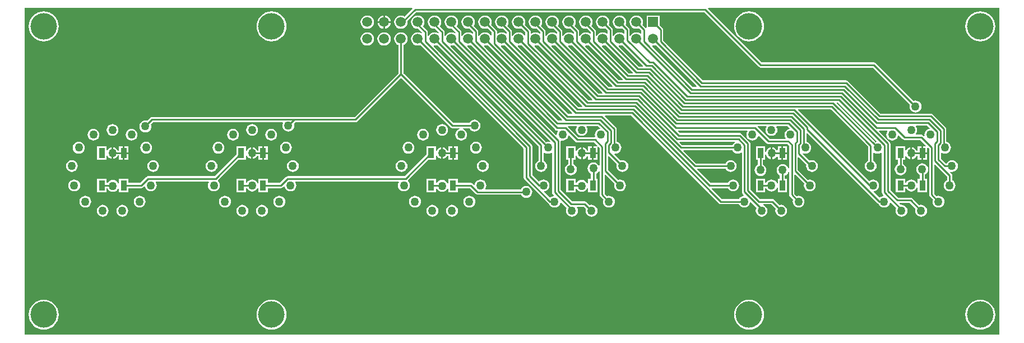
<source format=gtl>
G04*
G04 #@! TF.GenerationSoftware,Altium Limited,Altium Designer,18.1.11 (251)*
G04*
G04 Layer_Physical_Order=1*
G04 Layer_Color=255*
%FSLAX25Y25*%
%MOIN*%
G70*
G01*
G75*
%ADD11C,0.01000*%
%ADD18R,0.03543X0.05906*%
%ADD19C,0.04961*%
%ADD20C,0.05906*%
%ADD21R,0.05906X0.05906*%
%ADD22C,0.05000*%
%ADD23C,0.15748*%
G36*
X694971Y155529D02*
X115029D01*
X115029Y349971D01*
X345654D01*
X345846Y349509D01*
X341161Y344824D01*
X340993Y344953D01*
X340032Y345351D01*
X339000Y345487D01*
X337968Y345351D01*
X337007Y344953D01*
X336181Y344319D01*
X335547Y343493D01*
X335149Y342532D01*
X335013Y341500D01*
X335149Y340468D01*
X335547Y339507D01*
X336181Y338681D01*
X337007Y338047D01*
X337968Y337649D01*
X339000Y337513D01*
X340032Y337649D01*
X340993Y338047D01*
X341819Y338681D01*
X342453Y339507D01*
X342851Y340468D01*
X342987Y341500D01*
X342891Y342228D01*
X348133Y347471D01*
X519367D01*
X551919Y314919D01*
X552415Y314587D01*
X553000Y314471D01*
X619717D01*
X641688Y292500D01*
X641590Y292264D01*
X641470Y291350D01*
X641590Y290437D01*
X641943Y289585D01*
X642504Y288854D01*
X643235Y288293D01*
X644086Y287940D01*
X645000Y287820D01*
X645914Y287940D01*
X646765Y288293D01*
X647496Y288854D01*
X648057Y289585D01*
X648410Y290437D01*
X648530Y291350D01*
X648410Y292264D01*
X648057Y293115D01*
X647496Y293847D01*
X646765Y294408D01*
X645914Y294760D01*
X645000Y294881D01*
X644086Y294760D01*
X643851Y294662D01*
X621432Y317081D01*
X620935Y317413D01*
X620350Y317529D01*
X553633D01*
X521654Y349509D01*
X521846Y349971D01*
X694971D01*
X694971Y155529D01*
D02*
G37*
%LPC*%
G36*
X329500Y345421D02*
Y342000D01*
X332921D01*
X332851Y342532D01*
X332453Y343493D01*
X331819Y344319D01*
X330993Y344953D01*
X330032Y345351D01*
X329500Y345421D01*
D02*
G37*
G36*
X328500D02*
X327968Y345351D01*
X327007Y344953D01*
X326181Y344319D01*
X325547Y343493D01*
X325149Y342532D01*
X325079Y342000D01*
X328500D01*
Y345421D01*
D02*
G37*
G36*
X332921Y341000D02*
X329500D01*
Y337579D01*
X330032Y337649D01*
X330993Y338047D01*
X331819Y338681D01*
X332453Y339507D01*
X332851Y340468D01*
X332921Y341000D01*
D02*
G37*
G36*
X328500D02*
X325079D01*
X325149Y340468D01*
X325547Y339507D01*
X326181Y338681D01*
X327007Y338047D01*
X327968Y337649D01*
X328500Y337579D01*
Y341000D01*
D02*
G37*
G36*
X319000Y345487D02*
X317968Y345351D01*
X317007Y344953D01*
X316181Y344319D01*
X315547Y343493D01*
X315149Y342532D01*
X315013Y341500D01*
X315149Y340468D01*
X315547Y339507D01*
X316181Y338681D01*
X317007Y338047D01*
X317968Y337649D01*
X319000Y337513D01*
X320032Y337649D01*
X320993Y338047D01*
X321819Y338681D01*
X322453Y339507D01*
X322851Y340468D01*
X322987Y341500D01*
X322851Y342532D01*
X322453Y343493D01*
X321819Y344319D01*
X320993Y344953D01*
X320032Y345351D01*
X319000Y345487D01*
D02*
G37*
G36*
X479000D02*
X477968Y345351D01*
X477007Y344953D01*
X476181Y344319D01*
X475547Y343493D01*
X475149Y342532D01*
X475013Y341500D01*
X475149Y340468D01*
X475547Y339507D01*
X476181Y338681D01*
X477007Y338047D01*
X477968Y337649D01*
X479000Y337513D01*
X480032Y337649D01*
X480496Y337841D01*
X481923Y336414D01*
Y334869D01*
X481423Y334623D01*
X480993Y334953D01*
X480032Y335351D01*
X479000Y335487D01*
X477968Y335351D01*
X477007Y334953D01*
X476181Y334319D01*
X475547Y333493D01*
X475482Y333336D01*
X474982Y333436D01*
Y337047D01*
X474866Y337632D01*
X474534Y338129D01*
X472659Y340004D01*
X472851Y340468D01*
X472987Y341500D01*
X472851Y342532D01*
X472453Y343493D01*
X471819Y344319D01*
X470993Y344953D01*
X470032Y345351D01*
X469000Y345487D01*
X467968Y345351D01*
X467007Y344953D01*
X466181Y344319D01*
X465547Y343493D01*
X465149Y342532D01*
X465013Y341500D01*
X465149Y340468D01*
X465547Y339507D01*
X466181Y338681D01*
X467007Y338047D01*
X467968Y337649D01*
X469000Y337513D01*
X470032Y337649D01*
X470496Y337841D01*
X471923Y336414D01*
Y334869D01*
X471423Y334623D01*
X470993Y334953D01*
X470032Y335351D01*
X469000Y335487D01*
X467968Y335351D01*
X467007Y334953D01*
X466181Y334319D01*
X465547Y333493D01*
X465482Y333336D01*
X464982Y333436D01*
Y337047D01*
X464866Y337632D01*
X464534Y338129D01*
X462659Y340004D01*
X462851Y340468D01*
X462987Y341500D01*
X462851Y342532D01*
X462453Y343493D01*
X461819Y344319D01*
X460993Y344953D01*
X460032Y345351D01*
X459000Y345487D01*
X457968Y345351D01*
X457007Y344953D01*
X456181Y344319D01*
X455547Y343493D01*
X455149Y342532D01*
X455013Y341500D01*
X455149Y340468D01*
X455547Y339507D01*
X456181Y338681D01*
X457007Y338047D01*
X457968Y337649D01*
X459000Y337513D01*
X460032Y337649D01*
X460496Y337841D01*
X461923Y336414D01*
Y334869D01*
X461423Y334623D01*
X460993Y334953D01*
X460032Y335351D01*
X459000Y335487D01*
X457968Y335351D01*
X457007Y334953D01*
X456181Y334319D01*
X455547Y333493D01*
X455482Y333336D01*
X454982Y333436D01*
Y336047D01*
X454866Y336632D01*
X454534Y337129D01*
X452324Y339339D01*
X452453Y339507D01*
X452851Y340468D01*
X452987Y341500D01*
X452851Y342532D01*
X452453Y343493D01*
X451819Y344319D01*
X450993Y344953D01*
X450032Y345351D01*
X449000Y345487D01*
X447968Y345351D01*
X447007Y344953D01*
X446181Y344319D01*
X445547Y343493D01*
X445149Y342532D01*
X445013Y341500D01*
X445149Y340468D01*
X445547Y339507D01*
X446181Y338681D01*
X447007Y338047D01*
X447968Y337649D01*
X449000Y337513D01*
X449728Y337609D01*
X451923Y335414D01*
Y334869D01*
X451423Y334623D01*
X450993Y334953D01*
X450032Y335351D01*
X449000Y335487D01*
X447968Y335351D01*
X447007Y334953D01*
X446181Y334319D01*
X445547Y333493D01*
X445482Y333336D01*
X444982Y333436D01*
Y336047D01*
X444866Y336632D01*
X444534Y337129D01*
X442324Y339339D01*
X442453Y339507D01*
X442851Y340468D01*
X442987Y341500D01*
X442851Y342532D01*
X442453Y343493D01*
X441819Y344319D01*
X440993Y344953D01*
X440032Y345351D01*
X439000Y345487D01*
X437968Y345351D01*
X437007Y344953D01*
X436181Y344319D01*
X435547Y343493D01*
X435149Y342532D01*
X435013Y341500D01*
X435149Y340468D01*
X435547Y339507D01*
X436181Y338681D01*
X437007Y338047D01*
X437968Y337649D01*
X439000Y337513D01*
X439728Y337609D01*
X441923Y335414D01*
Y334869D01*
X441423Y334623D01*
X440993Y334953D01*
X440032Y335351D01*
X439000Y335487D01*
X437968Y335351D01*
X437007Y334953D01*
X436181Y334319D01*
X435547Y333493D01*
X435482Y333336D01*
X434982Y333436D01*
Y336047D01*
X434866Y336632D01*
X434534Y337129D01*
X432324Y339339D01*
X432453Y339507D01*
X432851Y340468D01*
X432987Y341500D01*
X432851Y342532D01*
X432453Y343493D01*
X431819Y344319D01*
X430993Y344953D01*
X430032Y345351D01*
X429000Y345487D01*
X427968Y345351D01*
X427007Y344953D01*
X426181Y344319D01*
X425547Y343493D01*
X425149Y342532D01*
X425013Y341500D01*
X425149Y340468D01*
X425547Y339507D01*
X426181Y338681D01*
X427007Y338047D01*
X427968Y337649D01*
X429000Y337513D01*
X429728Y337609D01*
X431923Y335414D01*
Y334869D01*
X431423Y334623D01*
X430993Y334953D01*
X430032Y335351D01*
X429000Y335487D01*
X427968Y335351D01*
X427007Y334953D01*
X426181Y334319D01*
X425547Y333493D01*
X425482Y333336D01*
X424982Y333436D01*
Y336047D01*
X424866Y336632D01*
X424534Y337129D01*
X422324Y339339D01*
X422453Y339507D01*
X422851Y340468D01*
X422987Y341500D01*
X422851Y342532D01*
X422453Y343493D01*
X421819Y344319D01*
X420993Y344953D01*
X420032Y345351D01*
X419000Y345487D01*
X417968Y345351D01*
X417007Y344953D01*
X416181Y344319D01*
X415547Y343493D01*
X415149Y342532D01*
X415013Y341500D01*
X415149Y340468D01*
X415547Y339507D01*
X416181Y338681D01*
X417007Y338047D01*
X417968Y337649D01*
X419000Y337513D01*
X419728Y337609D01*
X421923Y335414D01*
Y334869D01*
X421423Y334623D01*
X420993Y334953D01*
X420032Y335351D01*
X419000Y335487D01*
X417968Y335351D01*
X417007Y334953D01*
X416577Y334623D01*
X416077Y334869D01*
Y335953D01*
X415960Y336538D01*
X415629Y337034D01*
X412659Y340004D01*
X412851Y340468D01*
X412987Y341500D01*
X412851Y342532D01*
X412453Y343493D01*
X411819Y344319D01*
X410993Y344953D01*
X410032Y345351D01*
X409000Y345487D01*
X407968Y345351D01*
X407007Y344953D01*
X406181Y344319D01*
X405547Y343493D01*
X405149Y342532D01*
X405013Y341500D01*
X405149Y340468D01*
X405547Y339507D01*
X406181Y338681D01*
X407007Y338047D01*
X407968Y337649D01*
X409000Y337513D01*
X410032Y337649D01*
X410496Y337841D01*
X413018Y335319D01*
Y333436D01*
X412518Y333336D01*
X412453Y333493D01*
X411819Y334319D01*
X410993Y334953D01*
X410032Y335351D01*
X409000Y335487D01*
X407968Y335351D01*
X407007Y334953D01*
X406181Y334319D01*
X405547Y333493D01*
X405482Y333336D01*
X404982Y333436D01*
Y336047D01*
X404866Y336632D01*
X404534Y337129D01*
X402324Y339339D01*
X402453Y339507D01*
X402851Y340468D01*
X402987Y341500D01*
X402851Y342532D01*
X402453Y343493D01*
X401819Y344319D01*
X400993Y344953D01*
X400032Y345351D01*
X399000Y345487D01*
X397968Y345351D01*
X397007Y344953D01*
X396181Y344319D01*
X395547Y343493D01*
X395149Y342532D01*
X395013Y341500D01*
X395149Y340468D01*
X395547Y339507D01*
X396181Y338681D01*
X397007Y338047D01*
X397968Y337649D01*
X399000Y337513D01*
X399728Y337609D01*
X401923Y335414D01*
Y334869D01*
X401423Y334623D01*
X400993Y334953D01*
X400032Y335351D01*
X399000Y335487D01*
X397968Y335351D01*
X397007Y334953D01*
X396577Y334623D01*
X396077Y334869D01*
Y335953D01*
X395960Y336538D01*
X395629Y337034D01*
X392659Y340004D01*
X392851Y340468D01*
X392987Y341500D01*
X392851Y342532D01*
X392453Y343493D01*
X391819Y344319D01*
X390993Y344953D01*
X390032Y345351D01*
X389000Y345487D01*
X387968Y345351D01*
X387007Y344953D01*
X386181Y344319D01*
X385547Y343493D01*
X385149Y342532D01*
X385013Y341500D01*
X385149Y340468D01*
X385547Y339507D01*
X386181Y338681D01*
X387007Y338047D01*
X387968Y337649D01*
X389000Y337513D01*
X390032Y337649D01*
X390496Y337841D01*
X393018Y335319D01*
Y333436D01*
X392518Y333336D01*
X392453Y333493D01*
X391819Y334319D01*
X390993Y334953D01*
X390032Y335351D01*
X389000Y335487D01*
X387968Y335351D01*
X387007Y334953D01*
X386181Y334319D01*
X385547Y333493D01*
X385482Y333336D01*
X384982Y333436D01*
Y336047D01*
X384866Y336632D01*
X384534Y337129D01*
X382324Y339339D01*
X382453Y339507D01*
X382851Y340468D01*
X382987Y341500D01*
X382851Y342532D01*
X382453Y343493D01*
X381819Y344319D01*
X380993Y344953D01*
X380032Y345351D01*
X379000Y345487D01*
X377968Y345351D01*
X377007Y344953D01*
X376181Y344319D01*
X375547Y343493D01*
X375149Y342532D01*
X375013Y341500D01*
X375149Y340468D01*
X375547Y339507D01*
X376181Y338681D01*
X377007Y338047D01*
X377968Y337649D01*
X379000Y337513D01*
X379728Y337609D01*
X381923Y335414D01*
Y334869D01*
X381423Y334623D01*
X380993Y334953D01*
X380032Y335351D01*
X379000Y335487D01*
X377968Y335351D01*
X377007Y334953D01*
X376181Y334319D01*
X375547Y333493D01*
X375482Y333336D01*
X374982Y333436D01*
Y335547D01*
X374866Y336133D01*
X374534Y336629D01*
X372107Y339056D01*
X372453Y339507D01*
X372851Y340468D01*
X372987Y341500D01*
X372851Y342532D01*
X372453Y343493D01*
X371819Y344319D01*
X370993Y344953D01*
X370032Y345351D01*
X369000Y345487D01*
X367968Y345351D01*
X367007Y344953D01*
X366181Y344319D01*
X365547Y343493D01*
X365149Y342532D01*
X365013Y341500D01*
X365149Y340468D01*
X365547Y339507D01*
X366181Y338681D01*
X367007Y338047D01*
X367968Y337649D01*
X369000Y337513D01*
X369286Y337551D01*
X371580Y335257D01*
X371562Y335147D01*
X371019Y334933D01*
X370993Y334953D01*
X370032Y335351D01*
X369000Y335487D01*
X367968Y335351D01*
X367007Y334953D01*
X366181Y334319D01*
X365547Y333493D01*
X365482Y333336D01*
X364982Y333436D01*
Y335547D01*
X364866Y336133D01*
X364534Y336629D01*
X362107Y339056D01*
X362453Y339507D01*
X362851Y340468D01*
X362987Y341500D01*
X362851Y342532D01*
X362453Y343493D01*
X361819Y344319D01*
X360993Y344953D01*
X360032Y345351D01*
X359000Y345487D01*
X357968Y345351D01*
X357007Y344953D01*
X356181Y344319D01*
X355547Y343493D01*
X355149Y342532D01*
X355013Y341500D01*
X355149Y340468D01*
X355547Y339507D01*
X356181Y338681D01*
X357007Y338047D01*
X357968Y337649D01*
X359000Y337513D01*
X359286Y337551D01*
X361580Y335257D01*
X361561Y335147D01*
X361019Y334933D01*
X360993Y334953D01*
X360032Y335351D01*
X359000Y335487D01*
X357968Y335351D01*
X357007Y334953D01*
X356181Y334319D01*
X355547Y333493D01*
X355482Y333336D01*
X354982Y333436D01*
Y335547D01*
X354866Y336133D01*
X354534Y336629D01*
X352107Y339056D01*
X352453Y339507D01*
X352851Y340468D01*
X352987Y341500D01*
X352851Y342532D01*
X352453Y343493D01*
X351819Y344319D01*
X350993Y344953D01*
X350032Y345351D01*
X349000Y345487D01*
X347968Y345351D01*
X347007Y344953D01*
X346181Y344319D01*
X345547Y343493D01*
X345149Y342532D01*
X345013Y341500D01*
X345149Y340468D01*
X345547Y339507D01*
X346181Y338681D01*
X347007Y338047D01*
X347968Y337649D01*
X349000Y337513D01*
X349286Y337551D01*
X351580Y335257D01*
X351561Y335147D01*
X351019Y334933D01*
X350993Y334953D01*
X350032Y335351D01*
X349000Y335487D01*
X347968Y335351D01*
X347007Y334953D01*
X346181Y334319D01*
X345547Y333493D01*
X345149Y332532D01*
X345013Y331500D01*
X345149Y330468D01*
X345547Y329507D01*
X346181Y328681D01*
X347007Y328047D01*
X347968Y327649D01*
X349000Y327513D01*
X350032Y327649D01*
X350496Y327841D01*
X411971Y266367D01*
Y248943D01*
X412087Y248358D01*
X412419Y247862D01*
X426603Y233678D01*
X427099Y233346D01*
X427164Y233333D01*
X427300Y233004D01*
X427858Y232277D01*
X428585Y231719D01*
X429431Y231368D01*
X430340Y231249D01*
X431249Y231368D01*
X432095Y231719D01*
X432822Y232277D01*
X433380Y233004D01*
X433731Y233851D01*
X433771Y234159D01*
X434245Y234320D01*
X437582Y230983D01*
X437277Y230246D01*
X437158Y229338D01*
X437277Y228430D01*
X437628Y227583D01*
X438186Y226856D01*
X438913Y226298D01*
X439759Y225947D01*
X440668Y225828D01*
X441576Y225947D01*
X442423Y226298D01*
X443150Y226856D01*
X443708Y227583D01*
X444059Y228430D01*
X444178Y229338D01*
X444059Y230246D01*
X443708Y231093D01*
X443518Y231340D01*
X443739Y231789D01*
X447718D01*
X449035Y230472D01*
X448941Y230246D01*
X448822Y229338D01*
X448941Y228430D01*
X449292Y227583D01*
X449850Y226856D01*
X450577Y226298D01*
X451424Y225947D01*
X452332Y225828D01*
X453240Y225947D01*
X454087Y226298D01*
X454814Y226856D01*
X455372Y227583D01*
X455723Y228430D01*
X455842Y229338D01*
X455723Y230246D01*
X455372Y231093D01*
X454814Y231820D01*
X454087Y232378D01*
X453240Y232729D01*
X452332Y232848D01*
X451424Y232729D01*
X451198Y232635D01*
X449433Y234400D01*
X448937Y234731D01*
X448352Y234848D01*
X440872D01*
X433954Y241766D01*
Y270776D01*
X434091Y270956D01*
X434179Y271034D01*
X434411Y271168D01*
X435175Y271068D01*
X436084Y271187D01*
X436930Y271538D01*
X437657Y272096D01*
X438215Y272823D01*
X438566Y273670D01*
X438606Y273978D01*
X439080Y274139D01*
X442801Y270419D01*
X443297Y270087D01*
X443882Y269971D01*
X453866D01*
X455739Y268098D01*
X455532Y267598D01*
X453618D01*
Y264146D01*
X455890D01*
Y267240D01*
X456390Y267447D01*
X457046Y266791D01*
Y256391D01*
X456593Y256274D01*
X456546Y256279D01*
X455996Y256996D01*
X455265Y257557D01*
X454414Y257910D01*
X453500Y258030D01*
X452586Y257910D01*
X451735Y257557D01*
X451004Y256996D01*
X450443Y256265D01*
X450090Y255414D01*
X449970Y254500D01*
X450090Y253586D01*
X450443Y252735D01*
X451004Y252004D01*
X451735Y251443D01*
X451971Y251345D01*
Y248307D01*
X450347D01*
Y245282D01*
X449847Y245182D01*
X449557Y245880D01*
X448996Y246612D01*
X448265Y247173D01*
X447414Y247525D01*
X446500Y247645D01*
X445586Y247525D01*
X444735Y247173D01*
X444004Y246612D01*
X443445Y245884D01*
X442898D01*
Y248307D01*
X437354D01*
Y240402D01*
X442898D01*
Y242360D01*
X443398Y242459D01*
X443443Y242350D01*
X444004Y241619D01*
X444735Y241058D01*
X445586Y240705D01*
X446500Y240585D01*
X447414Y240705D01*
X448265Y241058D01*
X448996Y241619D01*
X449557Y242350D01*
X449847Y243049D01*
X450347Y242949D01*
Y240402D01*
X455890D01*
Y248307D01*
X455029D01*
Y251345D01*
X455265Y251443D01*
X455996Y252004D01*
X456546Y252721D01*
X456593Y252726D01*
X457046Y252609D01*
Y238843D01*
X457163Y238258D01*
X457494Y237762D01*
X459363Y235893D01*
X459269Y235667D01*
X459150Y234759D01*
X459269Y233851D01*
X459620Y233004D01*
X460178Y232277D01*
X460905Y231719D01*
X461752Y231368D01*
X462660Y231249D01*
X463568Y231368D01*
X464415Y231719D01*
X465142Y232277D01*
X465700Y233004D01*
X466051Y233851D01*
X466170Y234759D01*
X466051Y235667D01*
X465700Y236514D01*
X465142Y237241D01*
X464415Y237799D01*
X463568Y238150D01*
X462660Y238269D01*
X461752Y238150D01*
X461526Y238056D01*
X460105Y239477D01*
Y250723D01*
X460567Y250914D01*
X465989Y245492D01*
X465895Y245267D01*
X465776Y244358D01*
X465895Y243449D01*
X466246Y242603D01*
X466804Y241876D01*
X467531Y241318D01*
X468377Y240967D01*
X469286Y240848D01*
X470194Y240967D01*
X471041Y241318D01*
X471768Y241876D01*
X472326Y242603D01*
X472677Y243449D01*
X472796Y244358D01*
X472677Y245267D01*
X472326Y246113D01*
X471768Y246840D01*
X471041Y247398D01*
X470194Y247749D01*
X469286Y247868D01*
X468377Y247749D01*
X468152Y247655D01*
X462105Y253702D01*
Y261708D01*
X462567Y261899D01*
X467395Y257071D01*
X467301Y256845D01*
X467182Y255937D01*
X467301Y255029D01*
X467652Y254182D01*
X468210Y253455D01*
X468937Y252897D01*
X469783Y252546D01*
X470692Y252427D01*
X471600Y252546D01*
X472447Y252897D01*
X473174Y253455D01*
X473732Y254182D01*
X474083Y255029D01*
X474202Y255937D01*
X474083Y256845D01*
X473732Y257692D01*
X473174Y258419D01*
X472447Y258977D01*
X471600Y259328D01*
X470692Y259447D01*
X469783Y259328D01*
X469558Y259234D01*
X465872Y262919D01*
X466106Y263393D01*
X466556Y263334D01*
X467464Y263453D01*
X468311Y263804D01*
X469038Y264362D01*
X469596Y265089D01*
X469947Y265935D01*
X470066Y266844D01*
X469947Y267753D01*
X469596Y268599D01*
X469038Y269326D01*
X468311Y269884D01*
X467464Y270235D01*
X467335Y270252D01*
Y277884D01*
X467218Y278469D01*
X466887Y278965D01*
X460343Y285509D01*
X460534Y285971D01*
X475867D01*
X528160Y233678D01*
X528656Y233346D01*
X529241Y233230D01*
X540015D01*
X540108Y233004D01*
X540666Y232277D01*
X541393Y231719D01*
X542240Y231368D01*
X543148Y231249D01*
X544057Y231368D01*
X544903Y231719D01*
X545630Y232277D01*
X546188Y233004D01*
X546539Y233851D01*
X546595Y234276D01*
X547123Y234456D01*
X550457Y231121D01*
X550436Y231093D01*
X550085Y230246D01*
X549966Y229338D01*
X550085Y228430D01*
X550436Y227583D01*
X550994Y226856D01*
X551721Y226298D01*
X552567Y225947D01*
X553476Y225828D01*
X554385Y225947D01*
X555231Y226298D01*
X555958Y226856D01*
X556516Y227583D01*
X556867Y228430D01*
X556986Y229338D01*
X556867Y230246D01*
X556516Y231093D01*
X555958Y231820D01*
X555231Y232378D01*
X554385Y232729D01*
X554377Y232730D01*
X554410Y233230D01*
X559086D01*
X561843Y230472D01*
X561749Y230246D01*
X561630Y229338D01*
X561749Y228430D01*
X562100Y227583D01*
X562658Y226856D01*
X563385Y226298D01*
X564231Y225947D01*
X565140Y225828D01*
X566048Y225947D01*
X566895Y226298D01*
X567622Y226856D01*
X568180Y227583D01*
X568531Y228430D01*
X568650Y229338D01*
X568531Y230246D01*
X568180Y231093D01*
X567622Y231820D01*
X566895Y232378D01*
X566048Y232729D01*
X565140Y232848D01*
X564231Y232729D01*
X564006Y232635D01*
X560800Y235840D01*
X560304Y236172D01*
X559719Y236288D01*
X552444D01*
X546762Y241971D01*
Y269321D01*
X546645Y269906D01*
X546314Y270403D01*
X541635Y275081D01*
X541139Y275413D01*
X540553Y275529D01*
X504776D01*
X503738Y276567D01*
X503929Y277029D01*
X544912D01*
X545133Y276580D01*
X544943Y276333D01*
X544592Y275486D01*
X544473Y274578D01*
X544592Y273670D01*
X544943Y272823D01*
X545501Y272096D01*
X546228Y271538D01*
X547075Y271187D01*
X547983Y271068D01*
X548891Y271187D01*
X549738Y271538D01*
X550465Y272096D01*
X551023Y272823D01*
X551374Y273670D01*
X551414Y273978D01*
X551888Y274139D01*
X556558Y269469D01*
X557054Y269138D01*
X557639Y269021D01*
X568710D01*
X569854Y267877D01*
Y254647D01*
X569354Y254548D01*
X569057Y255265D01*
X568496Y255996D01*
X567765Y256557D01*
X566914Y256910D01*
X566000Y257030D01*
X565086Y256910D01*
X564235Y256557D01*
X563504Y255996D01*
X562943Y255265D01*
X562590Y254414D01*
X562470Y253500D01*
X562590Y252586D01*
X562943Y251735D01*
X563504Y251004D01*
X564235Y250443D01*
X564275Y250426D01*
Y248307D01*
X563032D01*
Y245819D01*
X562532Y245720D01*
X562365Y246123D01*
X561804Y246854D01*
X561073Y247415D01*
X560222Y247768D01*
X559308Y247888D01*
X558394Y247768D01*
X557543Y247415D01*
X556812Y246854D01*
X556251Y246123D01*
X556152Y245884D01*
X555584D01*
Y248307D01*
X550040D01*
Y240402D01*
X555584D01*
Y242825D01*
X556155D01*
X556251Y242593D01*
X556812Y241862D01*
X557543Y241301D01*
X558394Y240948D01*
X559308Y240828D01*
X560222Y240948D01*
X561073Y241301D01*
X561804Y241862D01*
X562365Y242593D01*
X562532Y242997D01*
X563032Y242897D01*
Y240402D01*
X568576D01*
Y248307D01*
X567333D01*
Y250264D01*
X567765Y250443D01*
X568496Y251004D01*
X569057Y251735D01*
X569354Y252452D01*
X569854Y252353D01*
Y238843D01*
X569971Y238258D01*
X570302Y237762D01*
X572171Y235893D01*
X572077Y235667D01*
X571958Y234759D01*
X572077Y233851D01*
X572428Y233004D01*
X572986Y232277D01*
X573713Y231719D01*
X574559Y231368D01*
X575468Y231249D01*
X576376Y231368D01*
X577223Y231719D01*
X577950Y232277D01*
X578508Y233004D01*
X578859Y233851D01*
X578978Y234759D01*
X578859Y235667D01*
X578508Y236514D01*
X577950Y237241D01*
X577223Y237799D01*
X576376Y238150D01*
X575468Y238269D01*
X574559Y238150D01*
X574334Y238056D01*
X572913Y239477D01*
Y250723D01*
X573375Y250914D01*
X578797Y245492D01*
X578703Y245267D01*
X578584Y244358D01*
X578703Y243449D01*
X579054Y242603D01*
X579612Y241876D01*
X580339Y241318D01*
X581185Y240967D01*
X582094Y240848D01*
X583003Y240967D01*
X583849Y241318D01*
X584576Y241876D01*
X585134Y242603D01*
X585485Y243449D01*
X585604Y244358D01*
X585485Y245267D01*
X585134Y246113D01*
X584576Y246840D01*
X583849Y247398D01*
X583003Y247749D01*
X582094Y247868D01*
X581185Y247749D01*
X580960Y247655D01*
X574913Y253702D01*
Y261031D01*
X575375Y261222D01*
X580068Y256529D01*
X579990Y255937D01*
X580109Y255029D01*
X580460Y254182D01*
X581018Y253455D01*
X581745Y252897D01*
X582591Y252546D01*
X583500Y252427D01*
X584409Y252546D01*
X585255Y252897D01*
X585982Y253455D01*
X586540Y254182D01*
X586891Y255029D01*
X587010Y255937D01*
X586891Y256845D01*
X586540Y257692D01*
X585982Y258419D01*
X585255Y258977D01*
X584409Y259328D01*
X583500Y259447D01*
X582591Y259328D01*
X581887Y259036D01*
X577696Y263227D01*
X577979Y263651D01*
X578455Y263453D01*
X579364Y263334D01*
X580272Y263453D01*
X581119Y263804D01*
X581846Y264362D01*
X582404Y265089D01*
X582755Y265935D01*
X582874Y266844D01*
X582755Y267753D01*
X582404Y268599D01*
X581846Y269326D01*
X581119Y269884D01*
X580272Y270235D01*
X580143Y270252D01*
Y275484D01*
X580605Y275676D01*
X622603Y233678D01*
X623099Y233346D01*
X623164Y233333D01*
X623300Y233004D01*
X623858Y232277D01*
X624585Y231719D01*
X625431Y231368D01*
X626340Y231249D01*
X627248Y231368D01*
X628095Y231719D01*
X628822Y232277D01*
X629380Y233004D01*
X629731Y233851D01*
X629771Y234159D01*
X630245Y234320D01*
X633582Y230983D01*
X633277Y230246D01*
X633158Y229338D01*
X633277Y228430D01*
X633628Y227583D01*
X634186Y226856D01*
X634913Y226298D01*
X635759Y225947D01*
X636668Y225828D01*
X637576Y225947D01*
X638423Y226298D01*
X639150Y226856D01*
X639708Y227583D01*
X640059Y228430D01*
X640178Y229338D01*
X640059Y230246D01*
X639708Y231093D01*
X639150Y231820D01*
X638423Y232378D01*
X637576Y232729D01*
X636668Y232848D01*
X636115Y232775D01*
X635382Y233509D01*
X635573Y233971D01*
X641537D01*
X645035Y230472D01*
X644941Y230246D01*
X644822Y229338D01*
X644941Y228430D01*
X645292Y227583D01*
X645850Y226856D01*
X646577Y226298D01*
X647424Y225947D01*
X648332Y225828D01*
X649240Y225947D01*
X650087Y226298D01*
X650814Y226856D01*
X651372Y227583D01*
X651723Y228430D01*
X651842Y229338D01*
X651723Y230246D01*
X651372Y231093D01*
X650814Y231820D01*
X650087Y232378D01*
X649240Y232729D01*
X648332Y232848D01*
X647424Y232729D01*
X647198Y232635D01*
X643251Y236581D01*
X642755Y236913D01*
X642170Y237029D01*
X634690D01*
X630029Y241690D01*
Y269245D01*
X629913Y269831D01*
X629581Y270327D01*
X623341Y276567D01*
X623533Y277029D01*
X628104D01*
X628325Y276580D01*
X628135Y276333D01*
X627784Y275486D01*
X627665Y274578D01*
X627784Y273670D01*
X628135Y272823D01*
X628693Y272096D01*
X629420Y271538D01*
X630267Y271187D01*
X631175Y271068D01*
X632084Y271187D01*
X632930Y271538D01*
X633657Y272096D01*
X634215Y272823D01*
X634566Y273670D01*
X634606Y273978D01*
X635080Y274139D01*
X637300Y271919D01*
X637797Y271587D01*
X638382Y271471D01*
X647866D01*
X651277Y268060D01*
X651085Y267598D01*
X649618D01*
Y264146D01*
X651890D01*
Y266794D01*
X652352Y266985D01*
X653046Y266291D01*
Y238843D01*
X653163Y238258D01*
X653494Y237762D01*
X655363Y235893D01*
X655269Y235667D01*
X655150Y234759D01*
X655269Y233851D01*
X655620Y233004D01*
X656178Y232277D01*
X656905Y231719D01*
X657752Y231368D01*
X658660Y231249D01*
X659569Y231368D01*
X660415Y231719D01*
X661142Y232277D01*
X661700Y233004D01*
X662051Y233851D01*
X662170Y234759D01*
X662051Y235667D01*
X661700Y236514D01*
X661142Y237241D01*
X660415Y237799D01*
X659569Y238150D01*
X658660Y238269D01*
X657752Y238150D01*
X657526Y238056D01*
X656105Y239477D01*
Y256579D01*
X656567Y256770D01*
X663757Y249581D01*
Y247492D01*
X663531Y247398D01*
X662804Y246840D01*
X662246Y246113D01*
X661895Y245267D01*
X661776Y244358D01*
X661895Y243449D01*
X662246Y242603D01*
X662804Y241876D01*
X663531Y241318D01*
X664377Y240967D01*
X665286Y240848D01*
X666194Y240967D01*
X667041Y241318D01*
X667768Y241876D01*
X668326Y242603D01*
X668677Y243449D01*
X668796Y244358D01*
X668677Y245267D01*
X668326Y246113D01*
X667768Y246840D01*
X667041Y247398D01*
X666815Y247492D01*
Y250214D01*
X666699Y250799D01*
X666367Y251295D01*
X665692Y251971D01*
X665790Y252502D01*
X665830Y252540D01*
X666692Y252427D01*
X667600Y252546D01*
X668447Y252897D01*
X669174Y253455D01*
X669732Y254182D01*
X670083Y255029D01*
X670202Y255937D01*
X670083Y256845D01*
X669732Y257692D01*
X669174Y258419D01*
X668447Y258977D01*
X667600Y259328D01*
X666692Y259447D01*
X665784Y259328D01*
X664937Y258977D01*
X664210Y258419D01*
X663652Y257692D01*
X663558Y257466D01*
X663025D01*
X660105Y260386D01*
Y263773D01*
X660554Y263994D01*
X660801Y263804D01*
X661648Y263453D01*
X662556Y263334D01*
X663464Y263453D01*
X664311Y263804D01*
X665038Y264362D01*
X665596Y265089D01*
X665947Y265935D01*
X666066Y266844D01*
X665947Y267753D01*
X665596Y268599D01*
X665038Y269326D01*
X664311Y269884D01*
X663464Y270235D01*
X663335Y270252D01*
Y277884D01*
X663218Y278469D01*
X662887Y278965D01*
X655270Y286581D01*
X654774Y286913D01*
X654189Y287029D01*
X624192D01*
X604790Y306432D01*
X604294Y306763D01*
X603709Y306880D01*
X518612D01*
X494982Y330509D01*
Y337047D01*
X494866Y337632D01*
X494534Y338129D01*
X492953Y339710D01*
Y345453D01*
X485047D01*
Y338261D01*
X484547Y338109D01*
X484534Y338129D01*
X482659Y340004D01*
X482851Y340468D01*
X482987Y341500D01*
X482851Y342532D01*
X482453Y343493D01*
X481819Y344319D01*
X480993Y344953D01*
X480032Y345351D01*
X479000Y345487D01*
D02*
G37*
G36*
X683500Y347917D02*
X681760Y347746D01*
X680088Y347238D01*
X678546Y346414D01*
X677195Y345305D01*
X676086Y343954D01*
X675262Y342412D01*
X674754Y340740D01*
X674583Y339000D01*
X674754Y337260D01*
X675262Y335588D01*
X676086Y334046D01*
X677195Y332695D01*
X678546Y331586D01*
X680088Y330762D01*
X681760Y330254D01*
X683500Y330083D01*
X685240Y330254D01*
X686912Y330762D01*
X688454Y331586D01*
X689805Y332695D01*
X690914Y334046D01*
X691738Y335588D01*
X692246Y337260D01*
X692417Y339000D01*
X692246Y340740D01*
X691738Y342412D01*
X690914Y343954D01*
X689805Y345305D01*
X688454Y346414D01*
X686912Y347238D01*
X685240Y347746D01*
X683500Y347917D01*
D02*
G37*
G36*
X546000D02*
X544260Y347746D01*
X542588Y347238D01*
X541046Y346414D01*
X539695Y345305D01*
X538586Y343954D01*
X537762Y342412D01*
X537254Y340740D01*
X537083Y339000D01*
X537254Y337260D01*
X537762Y335588D01*
X538586Y334046D01*
X539695Y332695D01*
X541046Y331586D01*
X542588Y330762D01*
X544260Y330254D01*
X546000Y330083D01*
X547740Y330254D01*
X549412Y330762D01*
X550954Y331586D01*
X552305Y332695D01*
X553414Y334046D01*
X554238Y335588D01*
X554746Y337260D01*
X554917Y339000D01*
X554746Y340740D01*
X554238Y342412D01*
X553414Y343954D01*
X552305Y345305D01*
X550954Y346414D01*
X549412Y347238D01*
X547740Y347746D01*
X546000Y347917D01*
D02*
G37*
G36*
X262000D02*
X260260Y347746D01*
X258588Y347238D01*
X257046Y346414D01*
X255695Y345305D01*
X254586Y343954D01*
X253762Y342412D01*
X253254Y340740D01*
X253083Y339000D01*
X253254Y337260D01*
X253762Y335588D01*
X254586Y334046D01*
X255695Y332695D01*
X257046Y331586D01*
X258588Y330762D01*
X260260Y330254D01*
X262000Y330083D01*
X263740Y330254D01*
X265412Y330762D01*
X266954Y331586D01*
X268305Y332695D01*
X269414Y334046D01*
X270238Y335588D01*
X270746Y337260D01*
X270917Y339000D01*
X270746Y340740D01*
X270238Y342412D01*
X269414Y343954D01*
X268305Y345305D01*
X266954Y346414D01*
X265412Y347238D01*
X263740Y347746D01*
X262000Y347917D01*
D02*
G37*
G36*
X126500D02*
X124760Y347746D01*
X123088Y347238D01*
X121546Y346414D01*
X120195Y345305D01*
X119086Y343954D01*
X118262Y342412D01*
X117754Y340740D01*
X117583Y339000D01*
X117754Y337260D01*
X118262Y335588D01*
X119086Y334046D01*
X120195Y332695D01*
X121546Y331586D01*
X123088Y330762D01*
X124760Y330254D01*
X126500Y330083D01*
X128240Y330254D01*
X129912Y330762D01*
X131454Y331586D01*
X132805Y332695D01*
X133914Y334046D01*
X134738Y335588D01*
X135246Y337260D01*
X135417Y339000D01*
X135246Y340740D01*
X134738Y342412D01*
X133914Y343954D01*
X132805Y345305D01*
X131454Y346414D01*
X129912Y347238D01*
X128240Y347746D01*
X126500Y347917D01*
D02*
G37*
G36*
X329000Y335487D02*
X327968Y335351D01*
X327007Y334953D01*
X326181Y334319D01*
X325547Y333493D01*
X325149Y332532D01*
X325013Y331500D01*
X325149Y330468D01*
X325547Y329507D01*
X326181Y328681D01*
X327007Y328047D01*
X327968Y327649D01*
X329000Y327513D01*
X330032Y327649D01*
X330993Y328047D01*
X331819Y328681D01*
X332453Y329507D01*
X332851Y330468D01*
X332987Y331500D01*
X332851Y332532D01*
X332453Y333493D01*
X331819Y334319D01*
X330993Y334953D01*
X330032Y335351D01*
X329000Y335487D01*
D02*
G37*
G36*
X319000D02*
X317968Y335351D01*
X317007Y334953D01*
X316181Y334319D01*
X315547Y333493D01*
X315149Y332532D01*
X315013Y331500D01*
X315149Y330468D01*
X315547Y329507D01*
X316181Y328681D01*
X317007Y328047D01*
X317968Y327649D01*
X319000Y327513D01*
X320032Y327649D01*
X320993Y328047D01*
X321819Y328681D01*
X322453Y329507D01*
X322851Y330468D01*
X322987Y331500D01*
X322851Y332532D01*
X322453Y333493D01*
X321819Y334319D01*
X320993Y334953D01*
X320032Y335351D01*
X319000Y335487D01*
D02*
G37*
G36*
X339000D02*
X337968Y335351D01*
X337007Y334953D01*
X336181Y334319D01*
X335547Y333493D01*
X335149Y332532D01*
X335013Y331500D01*
X335149Y330468D01*
X335547Y329507D01*
X336181Y328681D01*
X337007Y328047D01*
X337471Y327855D01*
Y311134D01*
X311367Y285029D01*
X191000D01*
X190415Y284913D01*
X189919Y284581D01*
X188149Y282812D01*
X187914Y282910D01*
X187000Y283030D01*
X186086Y282910D01*
X185235Y282557D01*
X184504Y281996D01*
X183943Y281265D01*
X183590Y280414D01*
X183470Y279500D01*
X183590Y278586D01*
X183943Y277735D01*
X184504Y277004D01*
X185235Y276443D01*
X186086Y276090D01*
X187000Y275970D01*
X187914Y276090D01*
X188765Y276443D01*
X189496Y277004D01*
X190057Y277735D01*
X190410Y278586D01*
X190530Y279500D01*
X190410Y280414D01*
X190312Y280649D01*
X191633Y281971D01*
X268495D01*
X268821Y281471D01*
X268590Y280914D01*
X268470Y280000D01*
X268590Y279086D01*
X268943Y278235D01*
X269504Y277504D01*
X270235Y276943D01*
X271086Y276590D01*
X272000Y276470D01*
X272914Y276590D01*
X273765Y276943D01*
X274496Y277504D01*
X275057Y278235D01*
X275410Y279086D01*
X275530Y280000D01*
X275410Y280914D01*
X275312Y281149D01*
X276133Y281971D01*
X312000D01*
X312585Y282087D01*
X313081Y282419D01*
X339000Y308337D01*
X368419Y278919D01*
X368915Y278587D01*
X369500Y278471D01*
X373898D01*
X373931Y277971D01*
X373917Y277969D01*
X373070Y277618D01*
X372343Y277060D01*
X371785Y276333D01*
X371434Y275486D01*
X371315Y274578D01*
X371434Y273670D01*
X371785Y272823D01*
X372343Y272096D01*
X373070Y271538D01*
X373917Y271187D01*
X374825Y271068D01*
X375733Y271187D01*
X376580Y271538D01*
X377307Y272096D01*
X377865Y272823D01*
X378216Y273670D01*
X378335Y274578D01*
X378216Y275486D01*
X377865Y276333D01*
X377307Y277060D01*
X376580Y277618D01*
X375733Y277969D01*
X375719Y277971D01*
X375752Y278471D01*
X379625D01*
X379722Y278235D01*
X380283Y277504D01*
X381014Y276943D01*
X381866Y276590D01*
X382779Y276470D01*
X383693Y276590D01*
X384544Y276943D01*
X385276Y277504D01*
X385837Y278235D01*
X386189Y279086D01*
X386310Y280000D01*
X386189Y280914D01*
X385837Y281765D01*
X385276Y282496D01*
X384544Y283057D01*
X383693Y283410D01*
X382779Y283530D01*
X381866Y283410D01*
X381014Y283057D01*
X380283Y282496D01*
X379722Y281765D01*
X379625Y281529D01*
X370133D01*
X340529Y311134D01*
Y327855D01*
X340993Y328047D01*
X341819Y328681D01*
X342453Y329507D01*
X342851Y330468D01*
X342987Y331500D01*
X342851Y332532D01*
X342453Y333493D01*
X341819Y334319D01*
X340993Y334953D01*
X340032Y335351D01*
X339000Y335487D01*
D02*
G37*
G36*
X363500Y280880D02*
X362592Y280761D01*
X361745Y280410D01*
X361018Y279852D01*
X360460Y279125D01*
X360109Y278278D01*
X359990Y277370D01*
X360109Y276462D01*
X360460Y275615D01*
X361018Y274888D01*
X361745Y274330D01*
X362592Y273979D01*
X363500Y273860D01*
X364408Y273979D01*
X365255Y274330D01*
X365982Y274888D01*
X366540Y275615D01*
X366891Y276462D01*
X367010Y277370D01*
X366891Y278278D01*
X366540Y279125D01*
X365982Y279852D01*
X365255Y280410D01*
X364408Y280761D01*
X363500Y280880D01*
D02*
G37*
G36*
X250500D02*
X249591Y280761D01*
X248745Y280410D01*
X248018Y279852D01*
X247460Y279125D01*
X247109Y278278D01*
X246990Y277370D01*
X247109Y276462D01*
X247460Y275615D01*
X248018Y274888D01*
X248745Y274330D01*
X249591Y273979D01*
X250500Y273860D01*
X251409Y273979D01*
X252255Y274330D01*
X252982Y274888D01*
X253540Y275615D01*
X253891Y276462D01*
X254010Y277370D01*
X253891Y278278D01*
X253540Y279125D01*
X252982Y279852D01*
X252255Y280410D01*
X251409Y280761D01*
X250500Y280880D01*
D02*
G37*
G36*
X167444D02*
X166535Y280761D01*
X165689Y280410D01*
X164962Y279852D01*
X164404Y279125D01*
X164053Y278278D01*
X163934Y277370D01*
X164053Y276462D01*
X164404Y275615D01*
X164962Y274888D01*
X165689Y274330D01*
X166535Y273979D01*
X167444Y273860D01*
X168352Y273979D01*
X169199Y274330D01*
X169926Y274888D01*
X170484Y275615D01*
X170835Y276462D01*
X170954Y277370D01*
X170835Y278278D01*
X170484Y279125D01*
X169926Y279852D01*
X169199Y280410D01*
X168352Y280761D01*
X167444Y280880D01*
D02*
G37*
G36*
X352175Y278088D02*
X351267Y277969D01*
X350420Y277618D01*
X349693Y277060D01*
X349135Y276333D01*
X348784Y275486D01*
X348665Y274578D01*
X348784Y273670D01*
X349135Y272823D01*
X349693Y272096D01*
X350420Y271538D01*
X351267Y271187D01*
X352175Y271068D01*
X353083Y271187D01*
X353930Y271538D01*
X354657Y272096D01*
X355215Y272823D01*
X355566Y273670D01*
X355685Y274578D01*
X355566Y275486D01*
X355215Y276333D01*
X354657Y277060D01*
X353930Y277618D01*
X353083Y277969D01*
X352175Y278088D01*
D02*
G37*
G36*
X261825D02*
X260916Y277969D01*
X260070Y277618D01*
X259343Y277060D01*
X258785Y276333D01*
X258434Y275486D01*
X258315Y274578D01*
X258434Y273670D01*
X258785Y272823D01*
X259343Y272096D01*
X260070Y271538D01*
X260916Y271187D01*
X261825Y271068D01*
X262734Y271187D01*
X263580Y271538D01*
X264307Y272096D01*
X264865Y272823D01*
X265216Y273670D01*
X265335Y274578D01*
X265216Y275486D01*
X264865Y276333D01*
X264307Y277060D01*
X263580Y277618D01*
X262734Y277969D01*
X261825Y278088D01*
D02*
G37*
G36*
X239175D02*
X238266Y277969D01*
X237420Y277618D01*
X236693Y277060D01*
X236135Y276333D01*
X235784Y275486D01*
X235665Y274578D01*
X235784Y273670D01*
X236135Y272823D01*
X236693Y272096D01*
X237420Y271538D01*
X238266Y271187D01*
X239175Y271068D01*
X240084Y271187D01*
X240930Y271538D01*
X241657Y272096D01*
X242215Y272823D01*
X242566Y273670D01*
X242685Y274578D01*
X242566Y275486D01*
X242215Y276333D01*
X241657Y277060D01*
X240930Y277618D01*
X240084Y277969D01*
X239175Y278088D01*
D02*
G37*
G36*
X178769D02*
X177860Y277969D01*
X177014Y277618D01*
X176287Y277060D01*
X175729Y276333D01*
X175378Y275486D01*
X175259Y274578D01*
X175378Y273670D01*
X175729Y272823D01*
X176287Y272096D01*
X177014Y271538D01*
X177860Y271187D01*
X178769Y271068D01*
X179677Y271187D01*
X180524Y271538D01*
X181251Y272096D01*
X181809Y272823D01*
X182160Y273670D01*
X182279Y274578D01*
X182160Y275486D01*
X181809Y276333D01*
X181251Y277060D01*
X180524Y277618D01*
X179677Y277969D01*
X178769Y278088D01*
D02*
G37*
G36*
X156119D02*
X155210Y277969D01*
X154364Y277618D01*
X153637Y277060D01*
X153079Y276333D01*
X152728Y275486D01*
X152609Y274578D01*
X152728Y273670D01*
X153079Y272823D01*
X153637Y272096D01*
X154364Y271538D01*
X155210Y271187D01*
X156119Y271068D01*
X157027Y271187D01*
X157874Y271538D01*
X158601Y272096D01*
X159159Y272823D01*
X159510Y273670D01*
X159629Y274578D01*
X159510Y275486D01*
X159159Y276333D01*
X158601Y277060D01*
X157874Y277618D01*
X157027Y277969D01*
X156119Y278088D01*
D02*
G37*
G36*
X565304Y267598D02*
X563032D01*
Y265566D01*
X562586Y265295D01*
X562532Y265298D01*
X561996Y265996D01*
X561265Y266557D01*
X560414Y266910D01*
X560000Y266964D01*
Y263500D01*
Y260036D01*
X560414Y260090D01*
X561265Y260443D01*
X561996Y261004D01*
X562532Y261702D01*
X562586Y261705D01*
X563032Y261434D01*
Y259693D01*
X565304D01*
Y263646D01*
Y267598D01*
D02*
G37*
G36*
X256496D02*
X254224D01*
Y265107D01*
X253724Y265007D01*
X253557Y265411D01*
X252996Y266142D01*
X252265Y266703D01*
X251414Y267056D01*
X251000Y267110D01*
Y263646D01*
Y260181D01*
X251414Y260236D01*
X252265Y260588D01*
X252996Y261149D01*
X253557Y261881D01*
X253724Y262284D01*
X254224Y262185D01*
Y259693D01*
X256496D01*
Y263646D01*
Y267598D01*
D02*
G37*
G36*
X369496D02*
X367224D01*
Y265107D01*
X366724Y265007D01*
X366557Y265411D01*
X365996Y266142D01*
X365265Y266703D01*
X364414Y267056D01*
X364000Y267110D01*
Y263646D01*
Y260181D01*
X364414Y260236D01*
X365265Y260588D01*
X365996Y261149D01*
X366557Y261881D01*
X366724Y262284D01*
X367224Y262185D01*
Y259693D01*
X369496D01*
Y263646D01*
Y267598D01*
D02*
G37*
G36*
X452618D02*
X450347D01*
Y264961D01*
X449847Y264861D01*
X449679Y265265D01*
X449118Y265996D01*
X448387Y266557D01*
X447536Y266910D01*
X447122Y266964D01*
Y263500D01*
Y260036D01*
X447536Y260090D01*
X448387Y260443D01*
X449118Y261004D01*
X449679Y261735D01*
X449847Y262139D01*
X450347Y262039D01*
Y259693D01*
X452618D01*
Y263646D01*
Y267598D01*
D02*
G37*
G36*
X173618D02*
X171346D01*
Y264812D01*
X170846Y264713D01*
X170557Y265411D01*
X169996Y266142D01*
X169265Y266703D01*
X168414Y267056D01*
X168000Y267110D01*
Y263646D01*
Y260181D01*
X168414Y260236D01*
X169265Y260588D01*
X169996Y261149D01*
X170557Y261881D01*
X170846Y262579D01*
X171346Y262479D01*
Y259693D01*
X173618D01*
Y263646D01*
Y267598D01*
D02*
G37*
G36*
X648618D02*
X646347D01*
Y264666D01*
X645847Y264567D01*
X645557Y265265D01*
X644996Y265996D01*
X644265Y266557D01*
X643414Y266910D01*
X643000Y266964D01*
Y263500D01*
Y260036D01*
X643414Y260090D01*
X644265Y260443D01*
X644996Y261004D01*
X645557Y261735D01*
X645847Y262433D01*
X646347Y262334D01*
Y259693D01*
X648618D01*
Y263646D01*
Y267598D01*
D02*
G37*
G36*
X568576D02*
X566304D01*
Y264146D01*
X568576D01*
Y267598D01*
D02*
G37*
G36*
X372768D02*
X370496D01*
Y264146D01*
X372768D01*
Y267598D01*
D02*
G37*
G36*
X176890D02*
X174618D01*
Y264146D01*
X176890D01*
Y267598D01*
D02*
G37*
G36*
X259768D02*
X257496D01*
Y264146D01*
X259768D01*
Y267598D01*
D02*
G37*
G36*
X383556Y270354D02*
X382647Y270235D01*
X381801Y269884D01*
X381074Y269326D01*
X380516Y268599D01*
X380165Y267753D01*
X380046Y266844D01*
X380165Y265935D01*
X380516Y265089D01*
X381074Y264362D01*
X381801Y263804D01*
X382647Y263453D01*
X383556Y263334D01*
X384465Y263453D01*
X385311Y263804D01*
X386038Y264362D01*
X386596Y265089D01*
X386947Y265935D01*
X387066Y266844D01*
X386947Y267753D01*
X386596Y268599D01*
X386038Y269326D01*
X385311Y269884D01*
X384465Y270235D01*
X383556Y270354D01*
D02*
G37*
G36*
X343444D02*
X342535Y270235D01*
X341689Y269884D01*
X340962Y269326D01*
X340404Y268599D01*
X340053Y267753D01*
X339934Y266844D01*
X340053Y265935D01*
X340404Y265089D01*
X340962Y264362D01*
X341689Y263804D01*
X342535Y263453D01*
X343444Y263334D01*
X344353Y263453D01*
X345199Y263804D01*
X345926Y264362D01*
X346484Y265089D01*
X346835Y265935D01*
X346954Y266844D01*
X346835Y267753D01*
X346484Y268599D01*
X345926Y269326D01*
X345199Y269884D01*
X344353Y270235D01*
X343444Y270354D01*
D02*
G37*
G36*
X270556D02*
X269648Y270235D01*
X268801Y269884D01*
X268074Y269326D01*
X267516Y268599D01*
X267165Y267753D01*
X267046Y266844D01*
X267165Y265935D01*
X267516Y265089D01*
X268074Y264362D01*
X268801Y263804D01*
X269648Y263453D01*
X270556Y263334D01*
X271464Y263453D01*
X272311Y263804D01*
X273038Y264362D01*
X273596Y265089D01*
X273947Y265935D01*
X274066Y266844D01*
X273947Y267753D01*
X273596Y268599D01*
X273038Y269326D01*
X272311Y269884D01*
X271464Y270235D01*
X270556Y270354D01*
D02*
G37*
G36*
X230444D02*
X229536Y270235D01*
X228689Y269884D01*
X227962Y269326D01*
X227404Y268599D01*
X227053Y267753D01*
X226934Y266844D01*
X227053Y265935D01*
X227404Y265089D01*
X227962Y264362D01*
X228689Y263804D01*
X229536Y263453D01*
X230444Y263334D01*
X231352Y263453D01*
X232199Y263804D01*
X232926Y264362D01*
X233484Y265089D01*
X233835Y265935D01*
X233954Y266844D01*
X233835Y267753D01*
X233484Y268599D01*
X232926Y269326D01*
X232199Y269884D01*
X231352Y270235D01*
X230444Y270354D01*
D02*
G37*
G36*
X187500D02*
X186591Y270235D01*
X185745Y269884D01*
X185018Y269326D01*
X184460Y268599D01*
X184109Y267753D01*
X183990Y266844D01*
X184109Y265935D01*
X184460Y265089D01*
X185018Y264362D01*
X185745Y263804D01*
X186591Y263453D01*
X187500Y263334D01*
X188409Y263453D01*
X189255Y263804D01*
X189982Y264362D01*
X190540Y265089D01*
X190891Y265935D01*
X191010Y266844D01*
X190891Y267753D01*
X190540Y268599D01*
X189982Y269326D01*
X189255Y269884D01*
X188409Y270235D01*
X187500Y270354D01*
D02*
G37*
G36*
X147388D02*
X146479Y270235D01*
X145633Y269884D01*
X144906Y269326D01*
X144348Y268599D01*
X143997Y267753D01*
X143878Y266844D01*
X143997Y265935D01*
X144348Y265089D01*
X144906Y264362D01*
X145633Y263804D01*
X146479Y263453D01*
X147388Y263334D01*
X148296Y263453D01*
X149143Y263804D01*
X149870Y264362D01*
X150428Y265089D01*
X150779Y265935D01*
X150898Y266844D01*
X150779Y267753D01*
X150428Y268599D01*
X149870Y269326D01*
X149143Y269884D01*
X148296Y270235D01*
X147388Y270354D01*
D02*
G37*
G36*
X359776Y267598D02*
X354232D01*
Y263037D01*
X341063Y249868D01*
X271637D01*
X271052Y249751D01*
X270556Y249420D01*
X267020Y245884D01*
X259768D01*
Y248307D01*
X254224D01*
Y245819D01*
X253724Y245720D01*
X253557Y246123D01*
X252996Y246854D01*
X252265Y247415D01*
X251414Y247768D01*
X250500Y247888D01*
X249586Y247768D01*
X248735Y247415D01*
X248004Y246854D01*
X247443Y246123D01*
X247344Y245884D01*
X246776D01*
Y248307D01*
X241232D01*
Y240402D01*
X246776D01*
Y242825D01*
X247347D01*
X247443Y242593D01*
X248004Y241862D01*
X248735Y241301D01*
X249586Y240948D01*
X250500Y240828D01*
X251414Y240948D01*
X252265Y241301D01*
X252996Y241862D01*
X253557Y242593D01*
X253724Y242997D01*
X254224Y242897D01*
Y240402D01*
X259768D01*
Y242825D01*
X267653D01*
X268239Y242941D01*
X268735Y243273D01*
X269381Y243919D01*
X269855Y243759D01*
X269895Y243449D01*
X270246Y242603D01*
X270804Y241876D01*
X271531Y241318D01*
X272377Y240967D01*
X273286Y240848D01*
X274195Y240967D01*
X275041Y241318D01*
X275768Y241876D01*
X276326Y242603D01*
X276677Y243449D01*
X276796Y244358D01*
X276677Y245267D01*
X276326Y246113D01*
X276136Y246360D01*
X276357Y246809D01*
X337643D01*
X337864Y246360D01*
X337674Y246113D01*
X337323Y245267D01*
X337204Y244358D01*
X337323Y243449D01*
X337674Y242603D01*
X338232Y241876D01*
X338959Y241318D01*
X339806Y240967D01*
X340714Y240848D01*
X341622Y240967D01*
X342469Y241318D01*
X343196Y241876D01*
X343754Y242603D01*
X344105Y243449D01*
X344224Y244358D01*
X344105Y245267D01*
X343754Y246113D01*
X343196Y246840D01*
X343120Y246899D01*
X343080Y247559D01*
X355214Y259693D01*
X359776D01*
Y262185D01*
X360276Y262284D01*
X360443Y261881D01*
X361004Y261149D01*
X361735Y260588D01*
X362586Y260236D01*
X363000Y260181D01*
Y263646D01*
Y267110D01*
X362586Y267056D01*
X361735Y266703D01*
X361004Y266142D01*
X360443Y265411D01*
X360276Y265007D01*
X359776Y265107D01*
Y267598D01*
D02*
G37*
G36*
X246776D02*
X241232D01*
Y263037D01*
X228063Y249868D01*
X188581D01*
X187996Y249751D01*
X187500Y249420D01*
X183964Y245884D01*
X176890D01*
Y248307D01*
X171346D01*
Y245576D01*
X170846Y245477D01*
X170679Y245880D01*
X170118Y246612D01*
X169387Y247173D01*
X168536Y247525D01*
X167622Y247645D01*
X166708Y247525D01*
X165857Y247173D01*
X165126Y246612D01*
X164567Y245884D01*
X163898D01*
Y248307D01*
X158354D01*
Y240402D01*
X163898D01*
Y242825D01*
X164368D01*
X164565Y242350D01*
X165126Y241619D01*
X165857Y241058D01*
X166708Y240705D01*
X167622Y240585D01*
X168536Y240705D01*
X169387Y241058D01*
X170118Y241619D01*
X170679Y242350D01*
X170846Y242754D01*
X171346Y242654D01*
Y240402D01*
X176890D01*
Y242825D01*
X184597D01*
X185183Y242941D01*
X185679Y243273D01*
X186325Y243919D01*
X186799Y243759D01*
X186839Y243449D01*
X187190Y242603D01*
X187748Y241876D01*
X188475Y241318D01*
X189321Y240967D01*
X190230Y240848D01*
X191139Y240967D01*
X191985Y241318D01*
X192712Y241876D01*
X193270Y242603D01*
X193621Y243449D01*
X193740Y244358D01*
X193621Y245267D01*
X193270Y246113D01*
X193080Y246360D01*
X193301Y246809D01*
X224643D01*
X224864Y246360D01*
X224674Y246113D01*
X224323Y245267D01*
X224204Y244358D01*
X224323Y243449D01*
X224674Y242603D01*
X225232Y241876D01*
X225959Y241318D01*
X226805Y240967D01*
X227714Y240848D01*
X228623Y240967D01*
X229469Y241318D01*
X230196Y241876D01*
X230754Y242603D01*
X231105Y243449D01*
X231224Y244358D01*
X231105Y245267D01*
X230754Y246113D01*
X230196Y246840D01*
X230120Y246899D01*
X230080Y247559D01*
X242214Y259693D01*
X246776D01*
Y262185D01*
X247276Y262284D01*
X247443Y261881D01*
X248004Y261149D01*
X248735Y260588D01*
X249586Y260236D01*
X250000Y260181D01*
Y263646D01*
Y267110D01*
X249586Y267056D01*
X248735Y266703D01*
X248004Y266142D01*
X247443Y265411D01*
X247276Y265007D01*
X246776Y265107D01*
Y267598D01*
D02*
G37*
G36*
X163898D02*
X158354D01*
Y259693D01*
X163898D01*
Y261890D01*
X164398Y261989D01*
X164443Y261881D01*
X165004Y261149D01*
X165735Y260588D01*
X166586Y260236D01*
X167000Y260181D01*
Y263646D01*
Y267110D01*
X166586Y267056D01*
X165735Y266703D01*
X165004Y266142D01*
X164443Y265411D01*
X164398Y265302D01*
X163898Y265401D01*
Y267598D01*
D02*
G37*
G36*
X638898D02*
X633354D01*
Y259693D01*
X634597D01*
Y257155D01*
X634361Y257057D01*
X633630Y256496D01*
X633069Y255765D01*
X632716Y254914D01*
X632596Y254000D01*
X632716Y253086D01*
X633069Y252235D01*
X633630Y251504D01*
X634361Y250943D01*
X635212Y250590D01*
X636126Y250470D01*
X637040Y250590D01*
X637891Y250943D01*
X638622Y251504D01*
X639183Y252235D01*
X639536Y253086D01*
X639656Y254000D01*
X639536Y254914D01*
X639183Y255765D01*
X638622Y256496D01*
X637891Y257057D01*
X637655Y257155D01*
Y259693D01*
X638898D01*
Y261744D01*
X639398Y261844D01*
X639443Y261735D01*
X640004Y261004D01*
X640735Y260443D01*
X641586Y260090D01*
X642000Y260036D01*
Y263500D01*
Y266964D01*
X641586Y266910D01*
X640735Y266557D01*
X640004Y265996D01*
X639443Y265265D01*
X639398Y265156D01*
X638898Y265256D01*
Y267598D01*
D02*
G37*
G36*
X555584D02*
X550040D01*
Y259693D01*
X551283D01*
Y256655D01*
X551047Y256557D01*
X550316Y255996D01*
X549755Y255265D01*
X549402Y254414D01*
X549282Y253500D01*
X549402Y252586D01*
X549755Y251735D01*
X550316Y251004D01*
X551047Y250443D01*
X551898Y250090D01*
X552812Y249970D01*
X553726Y250090D01*
X554577Y250443D01*
X555308Y251004D01*
X555869Y251735D01*
X556222Y252586D01*
X556342Y253500D01*
X556222Y254414D01*
X555869Y255265D01*
X555308Y255996D01*
X554577Y256557D01*
X554341Y256655D01*
Y259693D01*
X555584D01*
Y262603D01*
X556084Y262636D01*
X556090Y262586D01*
X556443Y261735D01*
X557004Y261004D01*
X557735Y260443D01*
X558586Y260090D01*
X559000Y260036D01*
Y263500D01*
Y266964D01*
X558586Y266910D01*
X557735Y266557D01*
X557004Y265996D01*
X556443Y265265D01*
X556090Y264414D01*
X556084Y264364D01*
X555584Y264397D01*
Y267598D01*
D02*
G37*
G36*
X442898D02*
X437354D01*
Y259693D01*
X438471D01*
Y257155D01*
X438235Y257057D01*
X437504Y256496D01*
X436943Y255765D01*
X436590Y254914D01*
X436470Y254000D01*
X436590Y253086D01*
X436943Y252235D01*
X437504Y251504D01*
X438235Y250943D01*
X439086Y250590D01*
X440000Y250470D01*
X440914Y250590D01*
X441765Y250943D01*
X442496Y251504D01*
X443057Y252235D01*
X443410Y253086D01*
X443530Y254000D01*
X443410Y254914D01*
X443057Y255765D01*
X442496Y256496D01*
X441765Y257057D01*
X441529Y257155D01*
Y259693D01*
X442898D01*
Y262039D01*
X443398Y262139D01*
X443565Y261735D01*
X444126Y261004D01*
X444857Y260443D01*
X445708Y260090D01*
X446122Y260036D01*
Y263500D01*
Y266964D01*
X445708Y266910D01*
X444857Y266557D01*
X444126Y265996D01*
X443565Y265265D01*
X443398Y264861D01*
X442898Y264961D01*
Y267598D01*
D02*
G37*
G36*
X651890Y263146D02*
X649618D01*
Y259693D01*
X651890D01*
Y263146D01*
D02*
G37*
G36*
X568576Y263146D02*
X566304D01*
Y259693D01*
X568576D01*
Y263146D01*
D02*
G37*
G36*
X455890Y263146D02*
X453618D01*
Y259693D01*
X455890D01*
Y263146D01*
D02*
G37*
G36*
X372768Y263146D02*
X370496D01*
Y259693D01*
X372768D01*
Y263146D01*
D02*
G37*
G36*
X259768Y263146D02*
X257496D01*
Y259693D01*
X259768D01*
Y263146D01*
D02*
G37*
G36*
X176890Y263146D02*
X174618D01*
Y259693D01*
X176890D01*
Y263146D01*
D02*
G37*
G36*
X387692Y259447D02*
X386784Y259328D01*
X385937Y258977D01*
X385210Y258419D01*
X384652Y257692D01*
X384301Y256845D01*
X384182Y255937D01*
X384301Y255029D01*
X384652Y254182D01*
X385210Y253455D01*
X385937Y252897D01*
X386784Y252546D01*
X387692Y252427D01*
X388600Y252546D01*
X389447Y252897D01*
X390174Y253455D01*
X390732Y254182D01*
X391083Y255029D01*
X391202Y255937D01*
X391083Y256845D01*
X390732Y257692D01*
X390174Y258419D01*
X389447Y258977D01*
X388600Y259328D01*
X387692Y259447D01*
D02*
G37*
G36*
X339308D02*
X338400Y259328D01*
X337553Y258977D01*
X336826Y258419D01*
X336268Y257692D01*
X335917Y256845D01*
X335798Y255937D01*
X335917Y255029D01*
X336268Y254182D01*
X336826Y253455D01*
X337553Y252897D01*
X338400Y252546D01*
X339308Y252427D01*
X340216Y252546D01*
X341063Y252897D01*
X341790Y253455D01*
X342348Y254182D01*
X342699Y255029D01*
X342818Y255937D01*
X342699Y256845D01*
X342348Y257692D01*
X341790Y258419D01*
X341063Y258977D01*
X340216Y259328D01*
X339308Y259447D01*
D02*
G37*
G36*
X274692D02*
X273783Y259328D01*
X272937Y258977D01*
X272210Y258419D01*
X271652Y257692D01*
X271301Y256845D01*
X271182Y255937D01*
X271301Y255029D01*
X271652Y254182D01*
X272210Y253455D01*
X272937Y252897D01*
X273783Y252546D01*
X274692Y252427D01*
X275601Y252546D01*
X276447Y252897D01*
X277174Y253455D01*
X277732Y254182D01*
X278083Y255029D01*
X278202Y255937D01*
X278083Y256845D01*
X277732Y257692D01*
X277174Y258419D01*
X276447Y258977D01*
X275601Y259328D01*
X274692Y259447D01*
D02*
G37*
G36*
X226308D02*
X225399Y259328D01*
X224553Y258977D01*
X223826Y258419D01*
X223268Y257692D01*
X222917Y256845D01*
X222798Y255937D01*
X222917Y255029D01*
X223268Y254182D01*
X223826Y253455D01*
X224553Y252897D01*
X225399Y252546D01*
X226308Y252427D01*
X227217Y252546D01*
X228063Y252897D01*
X228790Y253455D01*
X229348Y254182D01*
X229699Y255029D01*
X229818Y255937D01*
X229699Y256845D01*
X229348Y257692D01*
X228790Y258419D01*
X228063Y258977D01*
X227217Y259328D01*
X226308Y259447D01*
D02*
G37*
G36*
X191636D02*
X190727Y259328D01*
X189881Y258977D01*
X189154Y258419D01*
X188596Y257692D01*
X188245Y256845D01*
X188126Y255937D01*
X188245Y255029D01*
X188596Y254182D01*
X189154Y253455D01*
X189881Y252897D01*
X190727Y252546D01*
X191636Y252427D01*
X192544Y252546D01*
X193391Y252897D01*
X194118Y253455D01*
X194676Y254182D01*
X195027Y255029D01*
X195146Y255937D01*
X195027Y256845D01*
X194676Y257692D01*
X194118Y258419D01*
X193391Y258977D01*
X192544Y259328D01*
X191636Y259447D01*
D02*
G37*
G36*
X143252D02*
X142343Y259328D01*
X141497Y258977D01*
X140770Y258419D01*
X140212Y257692D01*
X139861Y256845D01*
X139742Y255937D01*
X139861Y255029D01*
X140212Y254182D01*
X140770Y253455D01*
X141497Y252897D01*
X142343Y252546D01*
X143252Y252427D01*
X144160Y252546D01*
X145007Y252897D01*
X145734Y253455D01*
X146292Y254182D01*
X146643Y255029D01*
X146762Y255937D01*
X146643Y256845D01*
X146292Y257692D01*
X145734Y258419D01*
X145007Y258977D01*
X144160Y259328D01*
X143252Y259447D01*
D02*
G37*
G36*
X372768Y248307D02*
X367224D01*
Y245576D01*
X366724Y245477D01*
X366557Y245880D01*
X365996Y246612D01*
X365265Y247173D01*
X364414Y247525D01*
X363500Y247645D01*
X362586Y247525D01*
X361735Y247173D01*
X361004Y246612D01*
X360445Y245884D01*
X359776D01*
Y248307D01*
X354232D01*
Y240402D01*
X359776D01*
Y242825D01*
X360246D01*
X360443Y242350D01*
X361004Y241619D01*
X361735Y241058D01*
X362586Y240705D01*
X363500Y240585D01*
X364414Y240705D01*
X365265Y241058D01*
X365996Y241619D01*
X366557Y242350D01*
X366724Y242754D01*
X367224Y242654D01*
Y240402D01*
X372768D01*
Y242825D01*
X380027D01*
X383556Y239296D01*
X384052Y238965D01*
X384637Y238848D01*
X410396D01*
X410443Y238735D01*
X411004Y238004D01*
X411735Y237443D01*
X412586Y237090D01*
X413500Y236970D01*
X414414Y237090D01*
X415265Y237443D01*
X415996Y238004D01*
X416557Y238735D01*
X416910Y239586D01*
X417030Y240500D01*
X416910Y241414D01*
X416557Y242265D01*
X415996Y242996D01*
X415265Y243557D01*
X414414Y243910D01*
X413500Y244030D01*
X412586Y243910D01*
X411735Y243557D01*
X411004Y242996D01*
X410443Y242265D01*
X410294Y241907D01*
X389357D01*
X389136Y242356D01*
X389326Y242603D01*
X389677Y243449D01*
X389796Y244358D01*
X389677Y245267D01*
X389326Y246113D01*
X388768Y246840D01*
X388041Y247398D01*
X387194Y247749D01*
X386286Y247868D01*
X385378Y247749D01*
X384531Y247398D01*
X383804Y246840D01*
X383246Y246113D01*
X382895Y245267D01*
X382855Y244957D01*
X382381Y244797D01*
X381742Y245436D01*
X381246Y245767D01*
X380661Y245884D01*
X372768D01*
Y248307D01*
D02*
G37*
G36*
X649000Y257530D02*
X648086Y257410D01*
X647235Y257057D01*
X646504Y256496D01*
X645943Y255765D01*
X645590Y254914D01*
X645470Y254000D01*
X645590Y253086D01*
X645943Y252235D01*
X646504Y251504D01*
X647235Y250943D01*
X647589Y250796D01*
Y248307D01*
X646347D01*
Y245524D01*
X645847Y245425D01*
X645557Y246123D01*
X644996Y246854D01*
X644265Y247415D01*
X643414Y247768D01*
X642500Y247888D01*
X641586Y247768D01*
X640735Y247415D01*
X640004Y246854D01*
X639443Y246123D01*
X639398Y246014D01*
X638898Y246114D01*
Y248307D01*
X633354D01*
Y240402D01*
X638898D01*
Y242602D01*
X639398Y242702D01*
X639443Y242593D01*
X640004Y241862D01*
X640735Y241301D01*
X641586Y240948D01*
X642500Y240828D01*
X643414Y240948D01*
X644265Y241301D01*
X644996Y241862D01*
X645557Y242593D01*
X645847Y243291D01*
X646347Y243192D01*
Y240402D01*
X651890D01*
Y248307D01*
X650647D01*
Y250894D01*
X650765Y250943D01*
X651496Y251504D01*
X652057Y252235D01*
X652410Y253086D01*
X652530Y254000D01*
X652410Y254914D01*
X652057Y255765D01*
X651496Y256496D01*
X650765Y257057D01*
X649914Y257410D01*
X649000Y257530D01*
D02*
G37*
G36*
X144658Y247868D02*
X143749Y247749D01*
X142903Y247398D01*
X142176Y246840D01*
X141618Y246113D01*
X141267Y245267D01*
X141148Y244358D01*
X141267Y243449D01*
X141618Y242603D01*
X142176Y241876D01*
X142903Y241318D01*
X143749Y240967D01*
X144658Y240848D01*
X145566Y240967D01*
X146413Y241318D01*
X147140Y241876D01*
X147698Y242603D01*
X148049Y243449D01*
X148168Y244358D01*
X148049Y245267D01*
X147698Y246113D01*
X147140Y246840D01*
X146413Y247398D01*
X145566Y247749D01*
X144658Y247868D01*
D02*
G37*
G36*
X379660Y238269D02*
X378751Y238150D01*
X377905Y237799D01*
X377178Y237241D01*
X376620Y236514D01*
X376269Y235667D01*
X376150Y234759D01*
X376269Y233851D01*
X376620Y233004D01*
X377178Y232277D01*
X377905Y231719D01*
X378751Y231368D01*
X379660Y231249D01*
X380569Y231368D01*
X381415Y231719D01*
X382142Y232277D01*
X382700Y233004D01*
X383051Y233851D01*
X383170Y234759D01*
X383051Y235667D01*
X382700Y236514D01*
X382142Y237241D01*
X381415Y237799D01*
X380569Y238150D01*
X379660Y238269D01*
D02*
G37*
G36*
X347340D02*
X346431Y238150D01*
X345585Y237799D01*
X344858Y237241D01*
X344300Y236514D01*
X343949Y235667D01*
X343830Y234759D01*
X343949Y233851D01*
X344300Y233004D01*
X344858Y232277D01*
X345585Y231719D01*
X346431Y231368D01*
X347340Y231249D01*
X348249Y231368D01*
X349095Y231719D01*
X349822Y232277D01*
X350380Y233004D01*
X350731Y233851D01*
X350850Y234759D01*
X350731Y235667D01*
X350380Y236514D01*
X349822Y237241D01*
X349095Y237799D01*
X348249Y238150D01*
X347340Y238269D01*
D02*
G37*
G36*
X266660D02*
X265752Y238150D01*
X264905Y237799D01*
X264178Y237241D01*
X263620Y236514D01*
X263269Y235667D01*
X263150Y234759D01*
X263269Y233851D01*
X263620Y233004D01*
X264178Y232277D01*
X264905Y231719D01*
X265752Y231368D01*
X266660Y231249D01*
X267568Y231368D01*
X268415Y231719D01*
X269142Y232277D01*
X269700Y233004D01*
X270051Y233851D01*
X270170Y234759D01*
X270051Y235667D01*
X269700Y236514D01*
X269142Y237241D01*
X268415Y237799D01*
X267568Y238150D01*
X266660Y238269D01*
D02*
G37*
G36*
X234340D02*
X233432Y238150D01*
X232585Y237799D01*
X231858Y237241D01*
X231300Y236514D01*
X230949Y235667D01*
X230830Y234759D01*
X230949Y233851D01*
X231300Y233004D01*
X231858Y232277D01*
X232585Y231719D01*
X233432Y231368D01*
X234340Y231249D01*
X235248Y231368D01*
X236095Y231719D01*
X236822Y232277D01*
X237380Y233004D01*
X237731Y233851D01*
X237850Y234759D01*
X237731Y235667D01*
X237380Y236514D01*
X236822Y237241D01*
X236095Y237799D01*
X235248Y238150D01*
X234340Y238269D01*
D02*
G37*
G36*
X183604D02*
X182695Y238150D01*
X181849Y237799D01*
X181122Y237241D01*
X180564Y236514D01*
X180213Y235667D01*
X180094Y234759D01*
X180213Y233851D01*
X180564Y233004D01*
X181122Y232277D01*
X181849Y231719D01*
X182695Y231368D01*
X183604Y231249D01*
X184512Y231368D01*
X185359Y231719D01*
X186086Y232277D01*
X186644Y233004D01*
X186995Y233851D01*
X187114Y234759D01*
X186995Y235667D01*
X186644Y236514D01*
X186086Y237241D01*
X185359Y237799D01*
X184512Y238150D01*
X183604Y238269D01*
D02*
G37*
G36*
X151284D02*
X150375Y238150D01*
X149529Y237799D01*
X148802Y237241D01*
X148244Y236514D01*
X147893Y235667D01*
X147774Y234759D01*
X147893Y233851D01*
X148244Y233004D01*
X148802Y232277D01*
X149529Y231719D01*
X150375Y231368D01*
X151284Y231249D01*
X152192Y231368D01*
X153039Y231719D01*
X153766Y232277D01*
X154324Y233004D01*
X154675Y233851D01*
X154794Y234759D01*
X154675Y235667D01*
X154324Y236514D01*
X153766Y237241D01*
X153039Y237799D01*
X152192Y238150D01*
X151284Y238269D01*
D02*
G37*
G36*
X369332Y232848D02*
X368424Y232729D01*
X367577Y232378D01*
X366850Y231820D01*
X366292Y231093D01*
X365941Y230246D01*
X365822Y229338D01*
X365941Y228430D01*
X366292Y227583D01*
X366850Y226856D01*
X367577Y226298D01*
X368424Y225947D01*
X369332Y225828D01*
X370240Y225947D01*
X371087Y226298D01*
X371814Y226856D01*
X372372Y227583D01*
X372723Y228430D01*
X372842Y229338D01*
X372723Y230246D01*
X372372Y231093D01*
X371814Y231820D01*
X371087Y232378D01*
X370240Y232729D01*
X369332Y232848D01*
D02*
G37*
G36*
X357668D02*
X356760Y232729D01*
X355913Y232378D01*
X355186Y231820D01*
X354628Y231093D01*
X354277Y230246D01*
X354158Y229338D01*
X354277Y228430D01*
X354628Y227583D01*
X355186Y226856D01*
X355913Y226298D01*
X356760Y225947D01*
X357668Y225828D01*
X358576Y225947D01*
X359423Y226298D01*
X360150Y226856D01*
X360708Y227583D01*
X361059Y228430D01*
X361178Y229338D01*
X361059Y230246D01*
X360708Y231093D01*
X360150Y231820D01*
X359423Y232378D01*
X358576Y232729D01*
X357668Y232848D01*
D02*
G37*
G36*
X256332D02*
X255423Y232729D01*
X254577Y232378D01*
X253850Y231820D01*
X253292Y231093D01*
X252941Y230246D01*
X252822Y229338D01*
X252941Y228430D01*
X253292Y227583D01*
X253850Y226856D01*
X254577Y226298D01*
X255423Y225947D01*
X256332Y225828D01*
X257241Y225947D01*
X258087Y226298D01*
X258814Y226856D01*
X259372Y227583D01*
X259723Y228430D01*
X259842Y229338D01*
X259723Y230246D01*
X259372Y231093D01*
X258814Y231820D01*
X258087Y232378D01*
X257241Y232729D01*
X256332Y232848D01*
D02*
G37*
G36*
X244668D02*
X243759Y232729D01*
X242913Y232378D01*
X242186Y231820D01*
X241628Y231093D01*
X241277Y230246D01*
X241158Y229338D01*
X241277Y228430D01*
X241628Y227583D01*
X242186Y226856D01*
X242913Y226298D01*
X243759Y225947D01*
X244668Y225828D01*
X245577Y225947D01*
X246423Y226298D01*
X247150Y226856D01*
X247708Y227583D01*
X248059Y228430D01*
X248178Y229338D01*
X248059Y230246D01*
X247708Y231093D01*
X247150Y231820D01*
X246423Y232378D01*
X245577Y232729D01*
X244668Y232848D01*
D02*
G37*
G36*
X173276D02*
X172368Y232729D01*
X171521Y232378D01*
X170794Y231820D01*
X170236Y231093D01*
X169885Y230246D01*
X169766Y229338D01*
X169885Y228430D01*
X170236Y227583D01*
X170794Y226856D01*
X171521Y226298D01*
X172368Y225947D01*
X173276Y225828D01*
X174185Y225947D01*
X175031Y226298D01*
X175758Y226856D01*
X176316Y227583D01*
X176667Y228430D01*
X176786Y229338D01*
X176667Y230246D01*
X176316Y231093D01*
X175758Y231820D01*
X175031Y232378D01*
X174185Y232729D01*
X173276Y232848D01*
D02*
G37*
G36*
X161612D02*
X160704Y232729D01*
X159857Y232378D01*
X159130Y231820D01*
X158572Y231093D01*
X158221Y230246D01*
X158102Y229338D01*
X158221Y228430D01*
X158572Y227583D01*
X159130Y226856D01*
X159857Y226298D01*
X160704Y225947D01*
X161612Y225828D01*
X162521Y225947D01*
X163367Y226298D01*
X164094Y226856D01*
X164652Y227583D01*
X165003Y228430D01*
X165122Y229338D01*
X165003Y230246D01*
X164652Y231093D01*
X164094Y231820D01*
X163367Y232378D01*
X162521Y232729D01*
X161612Y232848D01*
D02*
G37*
G36*
X683500Y176417D02*
X681760Y176246D01*
X680088Y175738D01*
X678546Y174914D01*
X677195Y173805D01*
X676086Y172454D01*
X675262Y170912D01*
X674754Y169240D01*
X674583Y167500D01*
X674754Y165760D01*
X675262Y164088D01*
X676086Y162546D01*
X677195Y161195D01*
X678546Y160086D01*
X680088Y159262D01*
X681760Y158754D01*
X683500Y158583D01*
X685240Y158754D01*
X686912Y159262D01*
X688454Y160086D01*
X689805Y161195D01*
X690914Y162546D01*
X691738Y164088D01*
X692246Y165760D01*
X692417Y167500D01*
X692246Y169240D01*
X691738Y170912D01*
X690914Y172454D01*
X689805Y173805D01*
X688454Y174914D01*
X686912Y175738D01*
X685240Y176246D01*
X683500Y176417D01*
D02*
G37*
G36*
X546000D02*
X544260Y176246D01*
X542588Y175738D01*
X541046Y174914D01*
X539695Y173805D01*
X538586Y172454D01*
X537762Y170912D01*
X537254Y169240D01*
X537083Y167500D01*
X537254Y165760D01*
X537762Y164088D01*
X538586Y162546D01*
X539695Y161195D01*
X541046Y160086D01*
X542588Y159262D01*
X544260Y158754D01*
X546000Y158583D01*
X547740Y158754D01*
X549412Y159262D01*
X550954Y160086D01*
X552305Y161195D01*
X553414Y162546D01*
X554238Y164088D01*
X554746Y165760D01*
X554917Y167500D01*
X554746Y169240D01*
X554238Y170912D01*
X553414Y172454D01*
X552305Y173805D01*
X550954Y174914D01*
X549412Y175738D01*
X547740Y176246D01*
X546000Y176417D01*
D02*
G37*
G36*
X262000D02*
X260260Y176246D01*
X258588Y175738D01*
X257046Y174914D01*
X255695Y173805D01*
X254586Y172454D01*
X253762Y170912D01*
X253254Y169240D01*
X253083Y167500D01*
X253254Y165760D01*
X253762Y164088D01*
X254586Y162546D01*
X255695Y161195D01*
X257046Y160086D01*
X258588Y159262D01*
X260260Y158754D01*
X262000Y158583D01*
X263740Y158754D01*
X265412Y159262D01*
X266954Y160086D01*
X268305Y161195D01*
X269414Y162546D01*
X270238Y164088D01*
X270746Y165760D01*
X270917Y167500D01*
X270746Y169240D01*
X270238Y170912D01*
X269414Y172454D01*
X268305Y173805D01*
X266954Y174914D01*
X265412Y175738D01*
X263740Y176246D01*
X262000Y176417D01*
D02*
G37*
G36*
X126500D02*
X124760Y176246D01*
X123088Y175738D01*
X121546Y174914D01*
X120195Y173805D01*
X119086Y172454D01*
X118262Y170912D01*
X117754Y169240D01*
X117583Y167500D01*
X117754Y165760D01*
X118262Y164088D01*
X119086Y162546D01*
X120195Y161195D01*
X121546Y160086D01*
X123088Y159262D01*
X124760Y158754D01*
X126500Y158583D01*
X128240Y158754D01*
X129912Y159262D01*
X131454Y160086D01*
X132805Y161195D01*
X133914Y162546D01*
X134738Y164088D01*
X135246Y165760D01*
X135417Y167500D01*
X135246Y169240D01*
X134738Y170912D01*
X133914Y172454D01*
X132805Y173805D01*
X131454Y174914D01*
X129912Y175738D01*
X128240Y176246D01*
X126500Y176417D01*
D02*
G37*
%LPD*%
G36*
X514995Y303342D02*
X514804Y302880D01*
X512612D01*
X488404Y327087D01*
X488638Y327561D01*
X489000Y327513D01*
X490032Y327649D01*
X490496Y327841D01*
X514995Y303342D01*
D02*
G37*
G36*
X482846Y315491D02*
X482654Y315029D01*
X480462D01*
X468404Y327087D01*
X468638Y327561D01*
X469000Y327513D01*
X470032Y327649D01*
X470496Y327841D01*
X482846Y315491D01*
D02*
G37*
G36*
X476846Y311491D02*
X476654Y311029D01*
X474634D01*
X458571Y327092D01*
X458792Y327540D01*
X459000Y327513D01*
X460032Y327649D01*
X460496Y327841D01*
X476846Y311491D01*
D02*
G37*
G36*
X470846Y307491D02*
X470654Y307029D01*
X468634D01*
X448571Y327092D01*
X448792Y327540D01*
X449000Y327513D01*
X450032Y327649D01*
X450496Y327841D01*
X470846Y307491D01*
D02*
G37*
G36*
X464846Y303491D02*
X464654Y303029D01*
X462462D01*
X438404Y327087D01*
X438638Y327561D01*
X439000Y327513D01*
X440032Y327649D01*
X440496Y327841D01*
X464846Y303491D01*
D02*
G37*
G36*
X458846Y299491D02*
X458654Y299029D01*
X456462D01*
X428404Y327087D01*
X428638Y327561D01*
X429000Y327513D01*
X430032Y327649D01*
X430496Y327841D01*
X458846Y299491D01*
D02*
G37*
G36*
X452846Y295491D02*
X452654Y295029D01*
X450462D01*
X418404Y327087D01*
X418638Y327561D01*
X419000Y327513D01*
X420032Y327649D01*
X420496Y327841D01*
X452846Y295491D01*
D02*
G37*
G36*
X446846Y291491D02*
X446654Y291029D01*
X444462D01*
X408404Y327087D01*
X408638Y327561D01*
X409000Y327513D01*
X410032Y327649D01*
X410496Y327841D01*
X446846Y291491D01*
D02*
G37*
G36*
X440996Y287342D02*
X440804Y286880D01*
X438612D01*
X398404Y327087D01*
X398638Y327561D01*
X399000Y327513D01*
X400032Y327649D01*
X400496Y327841D01*
X440996Y287342D01*
D02*
G37*
G36*
X434996Y283342D02*
X434804Y282880D01*
X432612D01*
X388404Y327087D01*
X388638Y327561D01*
X389000Y327513D01*
X390032Y327649D01*
X390496Y327841D01*
X434996Y283342D01*
D02*
G37*
G36*
X430860Y277477D02*
X431356Y277145D01*
X431942Y277029D01*
X432104D01*
X432325Y276580D01*
X432135Y276333D01*
X431784Y275486D01*
X431665Y274578D01*
X431677Y274484D01*
X431229Y274263D01*
X378404Y327087D01*
X378638Y327561D01*
X379000Y327513D01*
X380032Y327649D01*
X380496Y327841D01*
X430860Y277477D01*
D02*
G37*
G36*
X427709Y270628D02*
X427426Y270204D01*
X427353Y270235D01*
X426444Y270354D01*
X425535Y270235D01*
X425338Y270153D01*
X368404Y327087D01*
X368638Y327561D01*
X369000Y327513D01*
X370032Y327649D01*
X370496Y327841D01*
X427709Y270628D01*
D02*
G37*
G36*
X420779Y267559D02*
Y259070D01*
X420553Y258977D01*
X419826Y258419D01*
X419268Y257692D01*
X418917Y256845D01*
X418798Y255937D01*
X418917Y255029D01*
X419268Y254182D01*
X419826Y253455D01*
X420553Y252897D01*
X421399Y252546D01*
X422308Y252427D01*
X423216Y252546D01*
X424063Y252897D01*
X424790Y253455D01*
X425348Y254182D01*
X425699Y255029D01*
X425818Y255937D01*
X425699Y256845D01*
X425348Y257692D01*
X424790Y258419D01*
X424063Y258977D01*
X423837Y259070D01*
Y263827D01*
X424337Y264074D01*
X424689Y263804D01*
X425535Y263453D01*
X426444Y263334D01*
X427353Y263453D01*
X428199Y263804D01*
X428446Y263994D01*
X428895Y263773D01*
Y240304D01*
X429011Y239718D01*
X429343Y239222D01*
X429901Y238664D01*
X429740Y238190D01*
X429431Y238150D01*
X428585Y237799D01*
X427858Y237241D01*
X427395Y237211D01*
X424153Y240453D01*
X424313Y240927D01*
X424622Y240967D01*
X425469Y241318D01*
X426196Y241876D01*
X426754Y242603D01*
X427105Y243449D01*
X427224Y244358D01*
X427105Y245267D01*
X426754Y246113D01*
X426196Y246840D01*
X425469Y247398D01*
X424622Y247749D01*
X423714Y247868D01*
X422806Y247749D01*
X421959Y247398D01*
X421232Y246840D01*
X420848Y246815D01*
X417029Y250634D01*
Y267828D01*
X416913Y268414D01*
X416581Y268910D01*
X358404Y327087D01*
X358638Y327561D01*
X359000Y327513D01*
X360032Y327649D01*
X360496Y327841D01*
X420779Y267559D01*
D02*
G37*
G36*
X570194Y278483D02*
X570034Y278009D01*
X569725Y277969D01*
X568878Y277618D01*
X568151Y277060D01*
X567593Y276333D01*
X567242Y275486D01*
X567123Y274578D01*
X567242Y273670D01*
X567593Y272823D01*
X567779Y272580D01*
X567533Y272080D01*
X558273D01*
X551032Y279321D01*
X551239Y279821D01*
X556237D01*
X556458Y279372D01*
X556268Y279125D01*
X555917Y278278D01*
X555798Y277370D01*
X555917Y276462D01*
X556268Y275615D01*
X556826Y274888D01*
X557553Y274330D01*
X558399Y273979D01*
X559308Y273860D01*
X560217Y273979D01*
X561063Y274330D01*
X561790Y274888D01*
X562348Y275615D01*
X562699Y276462D01*
X562818Y277370D01*
X562699Y278278D01*
X562348Y279125D01*
X562158Y279372D01*
X562379Y279821D01*
X568856D01*
X570194Y278483D01*
D02*
G37*
G36*
X457386D02*
X457226Y278009D01*
X456917Y277969D01*
X456070Y277618D01*
X455343Y277060D01*
X454785Y276333D01*
X454434Y275486D01*
X454315Y274578D01*
X454434Y273670D01*
X454492Y273529D01*
X454158Y273029D01*
X444515D01*
X438224Y279321D01*
X438431Y279821D01*
X443429D01*
X443650Y279372D01*
X443460Y279125D01*
X443109Y278278D01*
X442990Y277370D01*
X443109Y276462D01*
X443460Y275615D01*
X444018Y274888D01*
X444745Y274330D01*
X445591Y273979D01*
X446500Y273860D01*
X447408Y273979D01*
X448255Y274330D01*
X448982Y274888D01*
X449540Y275615D01*
X449891Y276462D01*
X450010Y277370D01*
X449891Y278278D01*
X449540Y279125D01*
X449350Y279372D01*
X449571Y279821D01*
X456048D01*
X457386Y278483D01*
D02*
G37*
G36*
X653386D02*
X653226Y278009D01*
X652916Y277969D01*
X652070Y277618D01*
X651343Y277060D01*
X650785Y276333D01*
X650434Y275486D01*
X650315Y274578D01*
X650394Y273976D01*
X649920Y273743D01*
X649581Y274081D01*
X649085Y274413D01*
X648500Y274529D01*
X645285D01*
X645091Y275029D01*
X645540Y275615D01*
X645891Y276462D01*
X646010Y277370D01*
X645891Y278278D01*
X645540Y279125D01*
X645275Y279471D01*
X645521Y279971D01*
X651898D01*
X653386Y278483D01*
D02*
G37*
G36*
X622005Y270749D02*
X621844Y270275D01*
X621535Y270235D01*
X621310Y270141D01*
X598092Y293359D01*
X598283Y293821D01*
X598933D01*
X622005Y270749D01*
D02*
G37*
G36*
X537706Y269971D02*
X537497Y269884D01*
X536770Y269326D01*
X536212Y268599D01*
X536119Y268373D01*
X506275D01*
X504639Y270009D01*
X504831Y270471D01*
X537606D01*
X537706Y269971D01*
D02*
G37*
G36*
X536212Y265089D02*
X536770Y264362D01*
X537497Y263804D01*
X538343Y263453D01*
X539252Y263334D01*
X540161Y263453D01*
X541007Y263804D01*
X541254Y263994D01*
X541703Y263773D01*
Y240509D01*
X541819Y239924D01*
X542151Y239427D01*
X542845Y238734D01*
X542665Y238206D01*
X542240Y238150D01*
X541393Y237799D01*
X540666Y237241D01*
X540108Y236514D01*
X540015Y236288D01*
X529875D01*
X523796Y242367D01*
X523988Y242829D01*
X533389D01*
X533482Y242603D01*
X534040Y241876D01*
X534767Y241318D01*
X535613Y240967D01*
X536522Y240848D01*
X537430Y240967D01*
X538277Y241318D01*
X539004Y241876D01*
X539562Y242603D01*
X539913Y243449D01*
X540032Y244358D01*
X539913Y245267D01*
X539562Y246113D01*
X539004Y246840D01*
X538277Y247398D01*
X537430Y247749D01*
X536522Y247868D01*
X535613Y247749D01*
X534767Y247398D01*
X534040Y246840D01*
X533482Y246113D01*
X533389Y245887D01*
X523104D01*
X515046Y253946D01*
X515237Y254408D01*
X531983D01*
X532076Y254182D01*
X532634Y253455D01*
X533361Y252897D01*
X534207Y252546D01*
X535116Y252427D01*
X536025Y252546D01*
X536871Y252897D01*
X537598Y253455D01*
X538156Y254182D01*
X538507Y255029D01*
X538626Y255937D01*
X538507Y256845D01*
X538156Y257692D01*
X537598Y258419D01*
X536871Y258977D01*
X536025Y259328D01*
X535116Y259447D01*
X534207Y259328D01*
X533361Y258977D01*
X532634Y258419D01*
X532076Y257692D01*
X531983Y257466D01*
X514353D01*
X506967Y264853D01*
X507158Y265315D01*
X536119D01*
X536212Y265089D01*
D02*
G37*
G36*
X616779Y267518D02*
Y259070D01*
X616553Y258977D01*
X615826Y258419D01*
X615268Y257692D01*
X614917Y256845D01*
X614798Y255937D01*
X614917Y255029D01*
X615268Y254182D01*
X615826Y253455D01*
X616553Y252897D01*
X617400Y252546D01*
X618308Y252427D01*
X619216Y252546D01*
X620063Y252897D01*
X620790Y253455D01*
X621348Y254182D01*
X621699Y255029D01*
X621818Y255937D01*
X621699Y256845D01*
X621348Y257692D01*
X620790Y258419D01*
X620063Y258977D01*
X619837Y259070D01*
Y263827D01*
X620337Y264074D01*
X620689Y263804D01*
X621535Y263453D01*
X622444Y263334D01*
X623352Y263453D01*
X624199Y263804D01*
X624471Y264012D01*
X624971Y263766D01*
Y240228D01*
X625087Y239643D01*
X625419Y239146D01*
X625901Y238664D01*
X625740Y238190D01*
X625431Y238150D01*
X624585Y237799D01*
X623858Y237241D01*
X623395Y237211D01*
X620153Y240453D01*
X620314Y240927D01*
X620622Y240967D01*
X621469Y241318D01*
X622196Y241876D01*
X622754Y242603D01*
X623105Y243449D01*
X623224Y244358D01*
X623105Y245267D01*
X622754Y246113D01*
X622196Y246840D01*
X621469Y247398D01*
X620622Y247749D01*
X619714Y247868D01*
X618806Y247749D01*
X617959Y247398D01*
X617461Y247016D01*
X575118Y289359D01*
X575309Y289821D01*
X594476D01*
X616779Y267518D01*
D02*
G37*
D11*
X551811Y234759D02*
X559719D01*
X545232Y241337D02*
X551811Y234759D01*
X545232Y241337D02*
Y269321D01*
X553476Y229338D02*
Y230265D01*
X543232Y240509D02*
X553476Y230265D01*
X543232Y240509D02*
Y268493D01*
X571384Y238843D02*
Y268510D01*
X569343Y270551D02*
X571384Y268510D01*
X557639Y270551D02*
X569343D01*
X649000Y254000D02*
X649118Y253882D01*
Y244354D02*
Y253882D01*
X636126Y254000D02*
Y263646D01*
X565804Y253304D02*
X566000Y253500D01*
X565804Y244354D02*
Y253304D01*
X552812Y253500D02*
Y263646D01*
X453500Y244736D02*
Y254500D01*
X453118Y244354D02*
X453500Y244736D01*
X440000Y263520D02*
X440126Y263646D01*
X440000Y254000D02*
Y263520D01*
X413378Y240378D02*
X413500Y240500D01*
X384637Y240378D02*
X413378D01*
X380661Y244354D02*
X384637Y240378D01*
X369996Y244354D02*
X380661D01*
X341697Y248338D02*
X357004Y263646D01*
X271637Y248338D02*
X341697D01*
X267653Y244354D02*
X271637Y248338D01*
X256996Y244354D02*
X267653D01*
X228696Y248338D02*
X244004Y263646D01*
X188581Y248338D02*
X228696D01*
X184597Y244354D02*
X188581Y248338D01*
X174118Y244354D02*
X184597D01*
X642496D02*
X642500Y244358D01*
X636126Y244354D02*
X642496D01*
X559304D02*
X559308Y244358D01*
X552812Y244354D02*
X559304D01*
X446261D02*
X446500Y244115D01*
X440126Y244354D02*
X446261D01*
X363261D02*
X363500Y244115D01*
X357004Y244354D02*
X363261D01*
X250496D02*
X250500Y244358D01*
X244004Y244354D02*
X250496D01*
X167383D02*
X167622Y244115D01*
X161126Y244354D02*
X167383D01*
X167500Y263646D02*
X174118D01*
X250500D02*
X256996D01*
X363500D02*
X369996D01*
X446622Y263500D02*
X446768Y263646D01*
X453118D01*
X559500Y263500D02*
X559646Y263646D01*
X565804D01*
X642500Y263500D02*
X642646Y263646D01*
X649118D01*
X458576Y238843D02*
Y267424D01*
X454500Y271500D02*
X458576Y267424D01*
X443882Y271500D02*
X454500D01*
X458576Y238843D02*
X462660Y234759D01*
X571384Y238843D02*
X575468Y234759D01*
X634056Y235500D02*
X642170D01*
X628500Y241056D02*
X634056Y235500D01*
X628500Y241056D02*
Y269245D01*
X654576Y238843D02*
Y266924D01*
Y238843D02*
X658660Y234759D01*
X648500Y273000D02*
X654576Y266924D01*
X638382Y273000D02*
X648500D01*
X369500Y280000D02*
X382779D01*
X339000Y310500D02*
X369500Y280000D01*
X312000Y283500D02*
X339000Y310500D01*
X275500Y283500D02*
X312000D01*
X272000Y280000D02*
X275500Y283500D01*
X660576Y267664D02*
X661805Y268894D01*
X660576Y266844D02*
Y267664D01*
X577384D02*
X578613Y268894D01*
X577384Y266844D02*
Y267664D01*
X464576D02*
X465805Y268894D01*
X464576Y266844D02*
Y267664D01*
X347500Y349000D02*
X520000D01*
X340000Y341500D02*
X347500Y349000D01*
X339000Y341500D02*
X340000D01*
X580613Y277830D02*
Y278872D01*
Y277830D02*
X623684Y234759D01*
X572135Y287350D02*
X580613Y278872D01*
X623684Y234759D02*
X626340D01*
X595109Y291350D02*
X618308Y268152D01*
X595938Y293350D02*
X622444Y266844D01*
X506591Y291350D02*
X595109D01*
X618308Y255937D02*
Y268152D01*
X507419Y293350D02*
X595938D01*
X572963Y289350D02*
X617956Y244358D01*
X520000Y349000D02*
X553000Y316000D01*
X620350D02*
X645000Y291350D01*
X553000Y316000D02*
X620350D01*
X349000Y340000D02*
X353453Y335547D01*
Y329876D02*
Y335547D01*
X349000Y331500D02*
X413500Y267000D01*
X353453Y329876D02*
X415500Y267828D01*
X187000Y279500D02*
X191000Y283500D01*
X275500D01*
X339000Y310500D02*
Y331500D01*
X511150Y299350D02*
X601224D01*
X479000Y331500D02*
X511150Y299350D01*
X622015Y278558D02*
X632824D01*
X601224Y299350D02*
X622015Y278558D01*
X632824D02*
X638382Y273000D01*
X493453Y329876D02*
Y337047D01*
X489000Y341500D02*
X493453Y337047D01*
X483453Y329876D02*
Y337047D01*
X479000Y341500D02*
X483453Y337047D01*
X473453Y330750D02*
Y337047D01*
X469000Y341500D02*
X473453Y337047D01*
X463453Y329876D02*
Y337047D01*
X459000Y341500D02*
X463453Y337047D01*
X453453Y330047D02*
Y336047D01*
X449000Y340500D02*
X453453Y336047D01*
X449000Y340500D02*
Y341500D01*
X443453Y330047D02*
Y336047D01*
X439000Y340500D02*
X443453Y336047D01*
X439000Y340500D02*
Y341500D01*
X433453Y329876D02*
Y336047D01*
X429000Y340500D02*
X433453Y336047D01*
X429000Y340500D02*
Y341500D01*
X423453Y329876D02*
Y336047D01*
X419000Y340500D02*
X423453Y336047D01*
X419000Y340500D02*
Y341500D01*
X403453Y329876D02*
Y336047D01*
X399000Y340500D02*
X403453Y336047D01*
X399000Y340500D02*
Y341500D01*
X363453Y329876D02*
Y335547D01*
X359000Y340000D02*
X363453Y335547D01*
X359000Y340000D02*
Y341500D01*
X349000Y340000D02*
Y341500D01*
X373453Y329876D02*
Y335547D01*
X369000Y340000D02*
X373453Y335547D01*
X369000Y340000D02*
Y341500D01*
X383453Y329876D02*
Y336047D01*
X379000Y340500D02*
X383453Y336047D01*
X379000Y340500D02*
Y341500D01*
X394547Y328781D02*
Y335953D01*
X389000Y341500D02*
X394547Y335953D01*
X617956Y244358D02*
X619714D01*
X505762Y289350D02*
X572963D01*
X642170Y235500D02*
X648332Y229338D01*
X662391Y255937D02*
X666692D01*
X658576Y259753D02*
X662391Y255937D01*
X658576Y259753D02*
Y268493D01*
X665286Y244358D02*
Y250214D01*
X656576Y258924D02*
X665286Y250214D01*
X656576Y258924D02*
Y269321D01*
X660576Y266844D02*
X662556D01*
X661805Y268894D02*
Y277884D01*
X654189Y285500D02*
X661805Y277884D01*
X623559Y285500D02*
X654189D01*
X603709Y305350D02*
X623559Y285500D01*
X517978Y305350D02*
X603709D01*
X653360Y283500D02*
X659805Y277055D01*
X622731Y283500D02*
X653360D01*
X602880Y303350D02*
X622731Y283500D01*
X517150Y303350D02*
X602880D01*
X652532Y281500D02*
X657805Y276227D01*
X621902Y281500D02*
X652532D01*
X602052Y301350D02*
X621902Y281500D01*
X511978Y301350D02*
X602052D01*
X600395Y297350D02*
X628500Y269245D01*
X509076Y297350D02*
X600395D01*
X599567Y295350D02*
X626424Y268493D01*
X508248Y295350D02*
X599567D01*
X504934Y287350D02*
X572135D01*
X571307Y285350D02*
X578613Y278044D01*
X504106Y285350D02*
X571307D01*
X570478Y283350D02*
X576613Y277215D01*
X503277Y283350D02*
X570478D01*
X569490Y281350D02*
X574613Y276227D01*
X502449Y281350D02*
X569490D01*
X549632Y278558D02*
X557639Y270551D01*
X502412Y278558D02*
X549632D01*
X493453Y329876D02*
X517978Y305350D01*
X658576Y268493D02*
X659805Y269722D01*
Y277055D01*
X656576Y269321D02*
X657805Y270551D01*
Y276227D01*
X489000Y331500D02*
X517150Y303350D01*
X483453Y329876D02*
X511978Y301350D01*
X626424Y267576D02*
Y268493D01*
X488926Y317500D02*
X509076Y297350D01*
X486703Y317500D02*
X488926D01*
X473453Y330750D02*
X486703Y317500D01*
X636668Y229338D02*
Y230060D01*
X626500Y240228D02*
X636668Y230060D01*
X626500Y240228D02*
Y267500D01*
X626424Y267576D02*
X626500Y267500D01*
X488098Y315500D02*
X508248Y295350D01*
X485000Y315500D02*
X488098D01*
X469000Y331500D02*
X485000Y315500D01*
X487269Y313500D02*
X507419Y293350D01*
X479828Y313500D02*
X487269D01*
X463453Y329876D02*
X479828Y313500D01*
X486441Y311500D02*
X506591Y291350D01*
X479000Y311500D02*
X486441D01*
X459000Y331500D02*
X479000Y311500D01*
X485613Y309500D02*
X505762Y289350D01*
X474000Y309500D02*
X485613D01*
X453453Y330047D02*
X474000Y309500D01*
X484784Y307500D02*
X504934Y287350D01*
X473000Y307500D02*
X484784D01*
X449000Y331500D02*
X473000Y307500D01*
X483956Y305500D02*
X504106Y285350D01*
X483127Y303500D02*
X503277Y283350D01*
X467000Y303500D02*
X483127D01*
X439000Y331500D02*
X467000Y303500D01*
X573384Y253068D02*
Y269321D01*
X574613Y270551D02*
Y276227D01*
X573384Y269321D02*
X574613Y270551D01*
X577384Y266844D02*
X579364D01*
X578613Y268894D02*
Y278044D01*
X468000Y305500D02*
X483956D01*
X443453Y330047D02*
X468000Y305500D01*
X582823Y255937D02*
X583500D01*
X575500Y263260D02*
X582823Y255937D01*
X575500Y263260D02*
Y265079D01*
X575384Y265195D02*
X575500Y265079D01*
X575384Y265195D02*
Y268493D01*
X576613Y269722D01*
Y277215D01*
X573384Y253068D02*
X582094Y244358D01*
X482299Y301500D02*
X502449Y281350D01*
X461828Y301500D02*
X482299D01*
X433453Y329876D02*
X461828Y301500D01*
X481470Y299500D02*
X502412Y278558D01*
X461000Y299500D02*
X481470D01*
X429000Y331500D02*
X461000Y299500D01*
X539725Y272000D02*
X543232Y268493D01*
X540553Y274000D02*
X545232Y269321D01*
X559719Y234759D02*
X565140Y229338D01*
X504142Y274000D02*
X540553D01*
X480642Y297500D02*
X504142Y274000D01*
X455828Y297500D02*
X480642D01*
X423453Y329876D02*
X455828Y297500D01*
X503314Y272000D02*
X539725D01*
X479814Y295500D02*
X503314Y272000D01*
X455000Y295500D02*
X479814D01*
X419000Y331500D02*
X455000Y295500D01*
X505641Y266844D02*
X539252D01*
X478985Y293500D02*
X505641Y266844D01*
X449828Y293500D02*
X478985D01*
X414547Y328781D02*
X449828Y293500D01*
X414547Y328781D02*
Y335953D01*
X409000Y341500D02*
X414547Y335953D01*
X513720Y255937D02*
X535116D01*
X478157Y291500D02*
X513720Y255937D01*
X449000Y291500D02*
X478157D01*
X409000Y331500D02*
X449000Y291500D01*
X522470Y244358D02*
X536522D01*
X477328Y289500D02*
X522470Y244358D01*
X443828Y289500D02*
X477328D01*
X403453Y329876D02*
X443828Y289500D01*
X529241Y234759D02*
X543148D01*
X476500Y287500D02*
X529241Y234759D01*
X443000Y287500D02*
X476500D01*
X399000Y331500D02*
X443000Y287500D01*
X462576Y264053D02*
X470692Y255937D01*
X462576Y264053D02*
Y268493D01*
X436824Y278558D02*
X443882Y271500D01*
X373453Y329876D02*
X432424Y270904D01*
Y241132D02*
Y270904D01*
Y241132D02*
X440238Y233318D01*
X448352D02*
X452332Y229338D01*
X440238Y233318D02*
X448352D01*
X427684Y234759D02*
X430340D01*
X413500Y248943D02*
Y267000D01*
Y248943D02*
X427684Y234759D01*
X421142Y244358D02*
X423714D01*
X415500Y250000D02*
X421142Y244358D01*
X415500Y250000D02*
Y267828D01*
X464576Y266844D02*
X466556D01*
X465805Y268894D02*
Y277884D01*
X458338Y285350D02*
X465805Y277884D01*
X437978Y285350D02*
X458338D01*
X394547Y328781D02*
X437978Y285350D01*
X462576Y268493D02*
X463805Y269722D01*
Y277055D01*
X457510Y283350D02*
X463805Y277055D01*
X437150Y283350D02*
X457510D01*
X389000Y331500D02*
X437150Y283350D01*
X460576Y253068D02*
X469286Y244358D01*
X460576Y253068D02*
Y269321D01*
X461805Y270551D01*
Y276227D01*
X456682Y281350D02*
X461805Y276227D01*
X431978Y281350D02*
X456682D01*
X383453Y329876D02*
X431978Y281350D01*
X431942Y278558D02*
X436824D01*
X379000Y331500D02*
X431942Y278558D01*
X430424Y240304D02*
X440668Y230060D01*
X430424Y240304D02*
Y270076D01*
X369000Y331500D02*
X430424Y270076D01*
X363453Y329876D02*
X426444Y266884D01*
X359000Y331500D02*
X422308Y268192D01*
X440668Y229338D02*
Y230060D01*
X426444Y266844D02*
Y266884D01*
X422308Y255937D02*
Y268192D01*
D18*
X161126Y244354D02*
D03*
X174118D02*
D03*
X161126Y263646D02*
D03*
X174118D02*
D03*
X244004Y244354D02*
D03*
X256996D02*
D03*
X244004Y263646D02*
D03*
X256996D02*
D03*
X357004Y244354D02*
D03*
X369996D02*
D03*
X357004Y263646D02*
D03*
X369996D02*
D03*
X440126Y244354D02*
D03*
X453118D02*
D03*
X440126Y263646D02*
D03*
X453118D02*
D03*
X552812Y244354D02*
D03*
X565804D02*
D03*
X552812Y263646D02*
D03*
X565804D02*
D03*
X636126Y244354D02*
D03*
X649118D02*
D03*
X636126Y263646D02*
D03*
X649118D02*
D03*
D19*
X631175Y274578D02*
D03*
X653825D02*
D03*
X642500Y277370D02*
D03*
X618308Y255937D02*
D03*
X619714Y244358D02*
D03*
X626340Y234759D02*
D03*
X636668Y229338D02*
D03*
X648332D02*
D03*
X658660Y234759D02*
D03*
X665286Y244358D02*
D03*
X666692Y255937D02*
D03*
X662556Y266844D02*
D03*
X622444D02*
D03*
X539252D02*
D03*
X579364D02*
D03*
X583500Y255937D02*
D03*
X582094Y244358D02*
D03*
X575468Y234759D02*
D03*
X565140Y229338D02*
D03*
X553476D02*
D03*
X543148Y234759D02*
D03*
X536522Y244358D02*
D03*
X535116Y255937D02*
D03*
X559308Y277370D02*
D03*
X570633Y274578D02*
D03*
X547983D02*
D03*
X435175D02*
D03*
X457825D02*
D03*
X446500Y277370D02*
D03*
X422308Y255937D02*
D03*
X423714Y244358D02*
D03*
X430340Y234759D02*
D03*
X440668Y229338D02*
D03*
X452332D02*
D03*
X462660Y234759D02*
D03*
X469286Y244358D02*
D03*
X470692Y255937D02*
D03*
X466556Y266844D02*
D03*
X426444D02*
D03*
X343444D02*
D03*
X383556D02*
D03*
X387692Y255937D02*
D03*
X386286Y244358D02*
D03*
X379660Y234759D02*
D03*
X369332Y229338D02*
D03*
X357668D02*
D03*
X347340Y234759D02*
D03*
X340714Y244358D02*
D03*
X339308Y255937D02*
D03*
X363500Y277370D02*
D03*
X374825Y274578D02*
D03*
X352175D02*
D03*
X239175D02*
D03*
X261825D02*
D03*
X250500Y277370D02*
D03*
X226308Y255937D02*
D03*
X227714Y244358D02*
D03*
X234340Y234759D02*
D03*
X244668Y229338D02*
D03*
X256332D02*
D03*
X266660Y234759D02*
D03*
X273286Y244358D02*
D03*
X274692Y255937D02*
D03*
X270556Y266844D02*
D03*
X230444D02*
D03*
X147388D02*
D03*
X187500D02*
D03*
X191636Y255937D02*
D03*
X190230Y244358D02*
D03*
X183604Y234759D02*
D03*
X173276Y229338D02*
D03*
X161612D02*
D03*
X151284Y234759D02*
D03*
X144658Y244358D02*
D03*
X143252Y255937D02*
D03*
X167444Y277370D02*
D03*
X178769Y274578D02*
D03*
X156119D02*
D03*
D20*
X319000Y331500D02*
D03*
Y341500D02*
D03*
X329000Y331500D02*
D03*
Y341500D02*
D03*
X339000Y331500D02*
D03*
Y341500D02*
D03*
X349000Y331500D02*
D03*
Y341500D02*
D03*
X359000Y331500D02*
D03*
Y341500D02*
D03*
X369000Y331500D02*
D03*
Y341500D02*
D03*
X379000Y331500D02*
D03*
Y341500D02*
D03*
X389000Y331500D02*
D03*
Y341500D02*
D03*
X399000Y331500D02*
D03*
Y341500D02*
D03*
X409000Y331500D02*
D03*
Y341500D02*
D03*
X419000Y331500D02*
D03*
Y341500D02*
D03*
X429000Y331500D02*
D03*
Y341500D02*
D03*
X439000Y331500D02*
D03*
Y341500D02*
D03*
X449000Y331500D02*
D03*
Y341500D02*
D03*
X459000Y331500D02*
D03*
Y341500D02*
D03*
X469000Y331500D02*
D03*
Y341500D02*
D03*
X479000Y331500D02*
D03*
Y341500D02*
D03*
X489000Y331500D02*
D03*
D21*
Y341500D02*
D03*
D22*
X649000Y254000D02*
D03*
X636126D02*
D03*
X566000Y253500D02*
D03*
X552812D02*
D03*
X453500Y254500D02*
D03*
X440000Y254000D02*
D03*
X413500Y240500D02*
D03*
X642500Y244358D02*
D03*
X559308D02*
D03*
X446500Y244115D02*
D03*
X363500D02*
D03*
X250500Y244358D02*
D03*
X167622Y244115D02*
D03*
X167500Y263646D02*
D03*
X250500D02*
D03*
X363500D02*
D03*
X446622Y263500D02*
D03*
X559500D02*
D03*
X642500D02*
D03*
X382779Y280000D02*
D03*
X645000Y291350D02*
D03*
X187000Y279500D02*
D03*
X272000Y280000D02*
D03*
D23*
X683500Y339000D02*
D03*
X126500D02*
D03*
Y167500D02*
D03*
X683500D02*
D03*
X546000Y339000D02*
D03*
X262000D02*
D03*
Y167500D02*
D03*
X546000D02*
D03*
M02*

</source>
